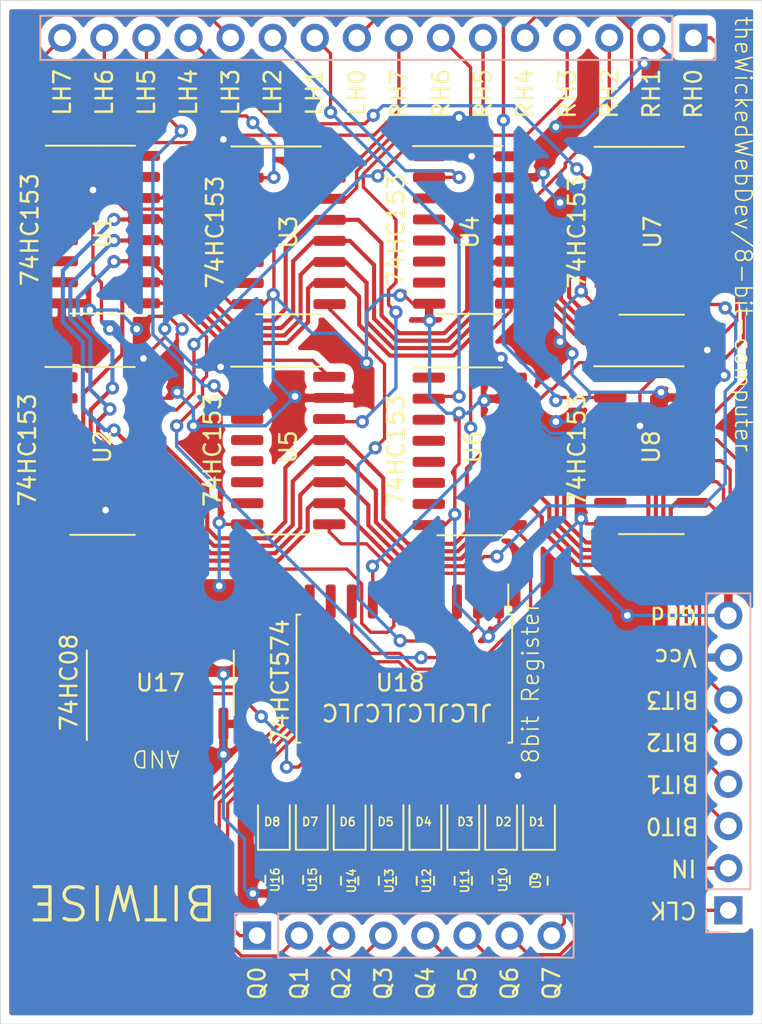
<source format=kicad_pcb>
(kicad_pcb (version 20171130) (host pcbnew "(5.1.10-1-10_14)")
  (layers (0 F.Cu signal) (31 B.Cu signal) (34 B.Paste user) (35 F.Paste user) (36 B.SilkS user) (37 F.SilkS user) (38 B.Mask user) (39 F.Mask user) (44 Edge.Cuts user))
  (net 0 "")
  (net 1 VCC)
  (net 2 GND)
  (net 3 "Net-(U1-Pad7)")
  (net 4 "Net-(U1-Pad6)")
  (net 5 "Net-(U1-Pad5)")
  (net 6 "Net-(U1-Pad4)")
  (net 7 "Net-(U1-Pad3)")
  (net 8 "Net-(U1-Pad1)")
  (net 9 "Net-(U2-Pad7)")
  (net 10 "Net-(U2-Pad6)")
  (net 11 "Net-(U2-Pad5)")
  (net 12 "Net-(U2-Pad4)")
  (net 13 "Net-(U2-Pad3)")
  (net 14 "Net-(U2-Pad1)")
  (net 15 "Net-(U3-Pad7)")
  (net 16 "Net-(U3-Pad6)")
  (net 17 "Net-(U3-Pad5)")
  (net 18 "Net-(U3-Pad4)")
  (net 19 "Net-(U3-Pad3)")
  (net 20 "Net-(U3-Pad1)")
  (net 21 "Net-(U4-Pad7)")
  (net 22 "Net-(U4-Pad6)")
  (net 23 "Net-(U4-Pad5)")
  (net 24 "Net-(U4-Pad4)")
  (net 25 "Net-(U4-Pad3)")
  (net 26 "Net-(U4-Pad1)")
  (net 27 "Net-(U5-Pad7)")
  (net 28 "Net-(U5-Pad6)")
  (net 29 "Net-(U5-Pad5)")
  (net 30 "Net-(U5-Pad4)")
  (net 31 "Net-(U5-Pad3)")
  (net 32 "Net-(U5-Pad1)")
  (net 33 "Net-(U6-Pad7)")
  (net 34 "Net-(U6-Pad6)")
  (net 35 "Net-(U6-Pad5)")
  (net 36 "Net-(U6-Pad4)")
  (net 37 "Net-(U6-Pad3)")
  (net 38 "Net-(U6-Pad1)")
  (net 39 "Net-(U7-Pad7)")
  (net 40 "Net-(U7-Pad6)")
  (net 41 "Net-(U7-Pad5)")
  (net 42 "Net-(U7-Pad4)")
  (net 43 "Net-(U7-Pad3)")
  (net 44 "Net-(U7-Pad1)")
  (net 45 "Net-(U8-Pad7)")
  (net 46 "Net-(U8-Pad6)")
  (net 47 "Net-(U8-Pad5)")
  (net 48 "Net-(U8-Pad4)")
  (net 49 "Net-(U8-Pad3)")
  (net 50 "Net-(U8-Pad1)")
  (net 51 A7)
  (net 52 A6)
  (net 53 A5)
  (net 54 A4)
  (net 55 A3)
  (net 56 A2)
  (net 57 A1)
  (net 58 A0)
  (net 59 B7)
  (net 60 B6)
  (net 61 B5)
  (net 62 B4)
  (net 63 B3)
  (net 64 B2)
  (net 65 B1)
  (net 66 B0)
  (net 67 Q7)
  (net 68 Q6)
  (net 69 Q5)
  (net 70 Q4)
  (net 71 Q3)
  (net 72 Q2)
  (net 73 Q1)
  (net 74 Q0)
  (net 75 BIT3)
  (net 76 BIT2)
  (net 77 BIT1)
  (net 78 BIT0)
  (net 79 "Net-(D1-Pad1)")
  (net 80 "Net-(D2-Pad1)")
  (net 81 "Net-(D3-Pad1)")
  (net 82 "Net-(D4-Pad1)")
  (net 83 "Net-(D5-Pad1)")
  (net 84 "Net-(D6-Pad1)")
  (net 85 "Net-(D7-Pad1)")
  (net 86 "Net-(D8-Pad1)")
  (net 87 RHS7)
  (net 88 RHS6)
  (net 89 RHS5)
  (net 90 RHS4)
  (net 91 RHS3)
  (net 92 RHS2)
  (net 93 RHS1)
  (net 94 RHS0)
  (net 95 RHS_IN)
  (net 96 CLOCK)
  (net 97 "Net-(U17-Pad3)")
  (module Package_SO:SOIC-20W_7.5x12.8mm_P1.27mm (layer F.Cu) (at 149.606 112.014 270)
    (fp_text reference U18 (at 0.254 0.254 180) (layer F.SilkS))
    (fp_text value 74HCT574 (at 0.206 7.496 90) (layer F.SilkS))
    (pad 20 smd roundrect (at 4.65 -5.715 270) (size 2.05 0.6) (layers F.Cu F.Paste F.Mask) (net 1 VCC))
    (pad 19 smd roundrect (at 4.65 -4.445 270) (size 2.05 0.6) (layers F.Cu F.Paste F.Mask) (net 87 RHS7))
    (pad 18 smd roundrect (at 4.65 -3.175 270) (size 2.05 0.6) (layers F.Cu F.Paste F.Mask) (net 88 RHS6))
    (pad 17 smd roundrect (at 4.65 -1.905 270) (size 2.05 0.6) (layers F.Cu F.Paste F.Mask) (net 89 RHS5))
    (pad 16 smd roundrect (at 4.65 -0.635 270) (size 2.05 0.6) (layers F.Cu F.Paste F.Mask) (net 90 RHS4))
    (pad 15 smd roundrect (at 4.65 0.635 270) (size 2.05 0.6) (layers F.Cu F.Paste F.Mask) (net 91 RHS3))
    (pad 14 smd roundrect (at 4.65 1.905 270) (size 2.05 0.6) (layers F.Cu F.Paste F.Mask) (net 92 RHS2))
    (pad 13 smd roundrect (at 4.65 3.175 270) (size 2.05 0.6) (layers F.Cu F.Paste F.Mask) (net 93 RHS1))
    (pad 12 smd roundrect (at 4.65 4.445 270) (size 2.05 0.6) (layers F.Cu F.Paste F.Mask) (net 94 RHS0))
    (pad 11 smd roundrect (at 4.65 5.715 270) (size 2.05 0.6) (layers F.Cu F.Paste F.Mask) (net 97 "Net-(U17-Pad3)"))
    (pad 10 smd roundrect (at -4.65 5.715 270) (size 2.05 0.6) (layers F.Cu F.Paste F.Mask) (net 2 GND))
    (pad 9 smd roundrect (at -4.65 4.445 270) (size 2.05 0.6) (layers F.Cu F.Paste F.Mask) (net 74 Q0))
    (pad 8 smd roundrect (at -4.65 3.175 270) (size 2.05 0.6) (layers F.Cu F.Paste F.Mask) (net 73 Q1))
    (pad 7 smd roundrect (at -4.65 1.905 270) (size 2.05 0.6) (layers F.Cu F.Paste F.Mask) (net 72 Q2))
    (pad 6 smd roundrect (at -4.65 0.635 270) (size 2.05 0.6) (layers F.Cu F.Paste F.Mask) (net 71 Q3))
    (pad 5 smd roundrect (at -4.65 -0.635 270) (size 2.05 0.6) (layers F.Cu F.Paste F.Mask) (net 70 Q4))
    (pad 4 smd roundrect (at -4.65 -1.905 270) (size 2.05 0.6) (layers F.Cu F.Paste F.Mask) (net 69 Q5))
    (pad 3 smd roundrect (at -4.65 -3.175 270) (size 2.05 0.6) (layers F.Cu F.Paste F.Mask) (net 68 Q6))
    (pad 2 smd roundrect (at -4.65 -4.445 270) (size 2.05 0.6) (layers F.Cu F.Paste F.Mask) (net 67 Q7))
    (pad 1 smd roundrect (at -4.65 -5.715 270) (size 2.05 0.6) (layers F.Cu F.Paste F.Mask) (net 2 GND))
  )
  (module Package_SO:SOIC-14_3.9x8.7mm_P1.27mm (layer F.Cu) (at 134.874 112.268 90)
    (fp_text reference U17 (at 0 0) (layer F.SilkS))
    (fp_text value 74HC08D,653)
    (fp_text user 74HC08 (at 0.028 -5.514 90) (layer F.SilkS))
    (pad 14 smd roundrect (at 2.475 -3.81 90) (size 1.95 0.6) (layers F.Cu F.Paste F.Mask) (net 1 VCC))
    (pad 13 smd roundrect (at 2.475 -2.54 90) (size 1.95 0.6) (layers F.Cu F.Paste F.Mask))
    (pad 12 smd roundrect (at 2.475 -1.27 90) (size 1.95 0.6) (layers F.Cu F.Paste F.Mask))
    (pad 11 smd roundrect (at 2.475 0 90) (size 1.95 0.6) (layers F.Cu F.Paste F.Mask))
    (pad 10 smd roundrect (at 2.475 1.27 90) (size 1.95 0.6) (layers F.Cu F.Paste F.Mask))
    (pad 9 smd roundrect (at 2.475 2.54 90) (size 1.95 0.6) (layers F.Cu F.Paste F.Mask))
    (pad 8 smd roundrect (at 2.475 3.81 90) (size 1.95 0.6) (layers F.Cu F.Paste F.Mask))
    (pad 7 smd roundrect (at -2.475 3.81 90) (size 1.95 0.6) (layers F.Cu F.Paste F.Mask) (net 2 GND))
    (pad 6 smd roundrect (at -2.475 2.54 90) (size 1.95 0.6) (layers F.Cu F.Paste F.Mask))
    (pad 5 smd roundrect (at -2.475 1.27 90) (size 1.95 0.6) (layers F.Cu F.Paste F.Mask))
    (pad 4 smd roundrect (at -2.475 0 90) (size 1.95 0.6) (layers F.Cu F.Paste F.Mask))
    (pad 3 smd roundrect (at -2.475 -1.27 90) (size 1.95 0.6) (layers F.Cu F.Paste F.Mask) (net 97 "Net-(U17-Pad3)"))
    (pad 2 smd roundrect (at -2.475 -2.54 90) (size 1.95 0.6) (layers F.Cu F.Paste F.Mask) (net 96 CLOCK))
    (pad 1 smd roundrect (at -2.475 -3.81 90) (size 1.95 0.6) (layers F.Cu F.Paste F.Mask) (net 95 RHS_IN))
  )
  (module Connector_PinHeader_2.54mm:PinHeader_1x08_P2.54mm_Vertical (layer B.Cu) (at 169.164 125.984)
    (fp_text reference J4 hide)
    (fp_text value Conn_01x08 hide)
    (pad 8 thru_hole oval (at 0 -17.78) (size 1.7 1.7) (drill 1) (layers *.Cu *.Mask) (net 2 GND))
    (pad 7 thru_hole oval (at 0 -15.24) (size 1.7 1.7) (drill 1) (layers *.Cu *.Mask) (net 1 VCC))
    (pad 6 thru_hole oval (at 0 -12.7) (size 1.7 1.7) (drill 1) (layers *.Cu *.Mask) (net 75 BIT3))
    (pad 5 thru_hole oval (at 0 -10.16) (size 1.7 1.7) (drill 1) (layers *.Cu *.Mask) (net 76 BIT2))
    (pad 4 thru_hole oval (at 0 -7.62) (size 1.7 1.7) (drill 1) (layers *.Cu *.Mask) (net 77 BIT1))
    (pad 3 thru_hole oval (at 0 -5.08) (size 1.7 1.7) (drill 1) (layers *.Cu *.Mask) (net 78 BIT0))
    (pad 2 thru_hole oval (at 0 -2.54) (size 1.7 1.7) (drill 1) (layers *.Cu *.Mask) (net 95 RHS_IN))
    (pad 1 thru_hole rect (at 0 0) (size 1.7 1.7) (drill 1) (layers *.Cu *.Mask) (net 96 CLOCK))
  )
  (module Resistor_SMD:R_0603_1608Metric (layer F.Cu) (at 141.732 124.143 270)
    (fp_text reference U16 (at 0 -0.077 90) (layer F.SilkS) (effects (font (size 0.5 0.5) (thickness 0.1))))
    (fp_text value 0603WAF1001T5E)
    (pad 2 smd roundrect (at 0.825 0 270) (size 0.8 0.95) (layers F.Cu F.Paste F.Mask) (net 2 GND))
    (pad 1 smd roundrect (at -0.825 0 270) (size 0.8 0.95) (layers F.Cu F.Paste F.Mask) (net 86 "Net-(D8-Pad1)"))
  )
  (module Resistor_SMD:R_0603_1608Metric (layer F.Cu) (at 144.018 124.143 270)
    (fp_text reference U15 (at 0 -0.047 90) (layer F.SilkS) (effects (font (size 0.5 0.5) (thickness 0.1))))
    (fp_text value 0603WAF1001T5E)
    (pad 2 smd roundrect (at 0.825 0 270) (size 0.8 0.95) (layers F.Cu F.Paste F.Mask) (net 2 GND))
    (pad 1 smd roundrect (at -0.825 0 270) (size 0.8 0.95) (layers F.Cu F.Paste F.Mask) (net 85 "Net-(D7-Pad1)"))
  )
  (module Resistor_SMD:R_0603_1608Metric (layer F.Cu) (at 146.304 124.206 270)
    (fp_text reference U14 (at 0 -0.115 90) (layer F.SilkS) (effects (font (size 0.5 0.5) (thickness 0.1))))
    (fp_text value 0603WAF1001T5E)
    (pad 2 smd roundrect (at 0.825 0 270) (size 0.8 0.95) (layers F.Cu F.Paste F.Mask) (net 2 GND))
    (pad 1 smd roundrect (at -0.825 0 270) (size 0.8 0.95) (layers F.Cu F.Paste F.Mask) (net 84 "Net-(D6-Pad1)"))
  )
  (module Resistor_SMD:R_0603_1608Metric (layer F.Cu) (at 148.59 124.206 270)
    (fp_text reference U13 (at 0 -0.107 90) (layer F.SilkS) (effects (font (size 0.5 0.5) (thickness 0.1))))
    (fp_text value 0603WAF1001T5E)
    (pad 2 smd roundrect (at 0.825 0 270) (size 0.8 0.95) (layers F.Cu F.Paste F.Mask) (net 2 GND))
    (pad 1 smd roundrect (at -0.825 0 270) (size 0.8 0.95) (layers F.Cu F.Paste F.Mask) (net 83 "Net-(D5-Pad1)"))
  )
  (module Resistor_SMD:R_0603_1608Metric (layer F.Cu) (at 150.876 124.206 270)
    (fp_text reference U12 (at 0 -0.077 90) (layer F.SilkS) (effects (font (size 0.5 0.5) (thickness 0.1))))
    (fp_text value 0603WAF1001T5E)
    (pad 2 smd roundrect (at 0.825 0 270) (size 0.8 0.95) (layers F.Cu F.Paste F.Mask) (net 2 GND))
    (pad 1 smd roundrect (at -0.825 0 270) (size 0.8 0.95) (layers F.Cu F.Paste F.Mask) (net 82 "Net-(D4-Pad1)"))
  )
  (module Resistor_SMD:R_0603_1608Metric (layer F.Cu) (at 153.162 124.206 270)
    (fp_text reference U11 (at 0 -0.091 90) (layer F.SilkS) (effects (font (size 0.5 0.5) (thickness 0.1))))
    (fp_text value 0603WAF1001T5E)
    (pad 2 smd roundrect (at 0.825 0 270) (size 0.8 0.95) (layers F.Cu F.Paste F.Mask) (net 2 GND))
    (pad 1 smd roundrect (at -0.825 0 270) (size 0.8 0.95) (layers F.Cu F.Paste F.Mask) (net 81 "Net-(D3-Pad1)"))
  )
  (module Resistor_SMD:R_0603_1608Metric (layer F.Cu) (at 155.448 124.143 270)
    (fp_text reference U10 (at 0 -0.115 90) (layer F.SilkS) (effects (font (size 0.5 0.5) (thickness 0.1))))
    (fp_text value 0603WAF1001T5E)
    (pad 2 smd roundrect (at 0.825 0 270) (size 0.8 0.95) (layers F.Cu F.Paste F.Mask) (net 2 GND))
    (pad 1 smd roundrect (at -0.825 0 270) (size 0.8 0.95) (layers F.Cu F.Paste F.Mask) (net 80 "Net-(D2-Pad1)"))
  )
  (module Resistor_SMD:R_0603_1608Metric (layer F.Cu) (at 157.734 124.206 270)
    (fp_text reference U9 (at -0.014 0.147 90) (layer F.SilkS) (effects (font (size 0.5 0.5) (thickness 0.1))))
    (fp_text value 0603WAF1001T5E)
    (pad 2 smd roundrect (at 0.825 0 270) (size 0.8 0.95) (layers F.Cu F.Paste F.Mask) (net 2 GND))
    (pad 1 smd roundrect (at -0.825 0 270) (size 0.8 0.95) (layers F.Cu F.Paste F.Mask) (net 79 "Net-(D1-Pad1)"))
  )
  (module LED_SMD:LED_0805_2012Metric (layer F.Cu) (at 141.732 120.65 90)
    (fp_text reference D8 (at 0 -0.11) (layer F.SilkS) (effects (font (size 0.5 0.5) (thickness 0.1))))
    (fp_text value C2297)
    (pad 2 smd roundrect (at 0.9375 0 90) (size 0.975 1.4) (layers F.Cu F.Paste F.Mask) (net 94 RHS0))
    (pad 1 smd roundrect (at -0.9375 0 90) (size 0.975 1.4) (layers F.Cu F.Paste F.Mask) (net 86 "Net-(D8-Pad1)"))
  )
  (module LED_SMD:LED_0805_2012Metric (layer F.Cu) (at 144.018 120.65 90)
    (fp_text reference D7 (at 0 -0.102) (layer F.SilkS) (effects (font (size 0.5 0.5) (thickness 0.1))))
    (fp_text value C2297)
    (pad 2 smd roundrect (at 0.9375 0 90) (size 0.975 1.4) (layers F.Cu F.Paste F.Mask) (net 93 RHS1))
    (pad 1 smd roundrect (at -0.9375 0 90) (size 0.975 1.4) (layers F.Cu F.Paste F.Mask) (net 85 "Net-(D7-Pad1)"))
  )
  (module LED_SMD:LED_0805_2012Metric (layer F.Cu) (at 146.304 120.65 90)
    (fp_text reference D6 (at 0 -0.126) (layer F.SilkS) (effects (font (size 0.5 0.5) (thickness 0.1))))
    (fp_text value C2297)
    (pad 2 smd roundrect (at 0.9375 0 90) (size 0.975 1.4) (layers F.Cu F.Paste F.Mask) (net 92 RHS2))
    (pad 1 smd roundrect (at -0.9375 0 90) (size 0.975 1.4) (layers F.Cu F.Paste F.Mask) (net 84 "Net-(D6-Pad1)"))
  )
  (module LED_SMD:LED_0805_2012Metric (layer F.Cu) (at 148.59 120.65 90)
    (fp_text reference D5 (at 0 -0.118) (layer F.SilkS) (effects (font (size 0.5 0.5) (thickness 0.1))))
    (fp_text value C2297)
    (pad 2 smd roundrect (at 0.9375 0 90) (size 0.975 1.4) (layers F.Cu F.Paste F.Mask) (net 91 RHS3))
    (pad 1 smd roundrect (at -0.9375 0 90) (size 0.975 1.4) (layers F.Cu F.Paste F.Mask) (net 83 "Net-(D5-Pad1)"))
  )
  (module LED_SMD:LED_0805_2012Metric (layer F.Cu) (at 150.876 120.65 90)
    (fp_text reference D4 (at 0 -0.11) (layer F.SilkS) (effects (font (size 0.5 0.5) (thickness 0.1))))
    (fp_text value C2297)
    (pad 2 smd roundrect (at 0.9375 0 90) (size 0.975 1.4) (layers F.Cu F.Paste F.Mask) (net 90 RHS4))
    (pad 1 smd roundrect (at -0.9375 0 90) (size 0.975 1.4) (layers F.Cu F.Paste F.Mask) (net 82 "Net-(D4-Pad1)"))
  )
  (module LED_SMD:LED_0805_2012Metric (layer F.Cu) (at 153.162 120.65 90)
    (fp_text reference D3 (at 0 0.128) (layer F.SilkS) (effects (font (size 0.5 0.5) (thickness 0.1))))
    (fp_text value C2297)
    (pad 2 smd roundrect (at 0.9375 0 90) (size 0.975 1.4) (layers F.Cu F.Paste F.Mask) (net 89 RHS5))
    (pad 1 smd roundrect (at -0.9375 0 90) (size 0.975 1.4) (layers F.Cu F.Paste F.Mask) (net 81 "Net-(D3-Pad1)"))
  )
  (module LED_SMD:LED_0805_2012Metric (layer F.Cu) (at 155.448 120.65 90)
    (fp_text reference D2 (at 0 0.136) (layer F.SilkS) (effects (font (size 0.5 0.5) (thickness 0.1))))
    (fp_text value C2297)
    (pad 2 smd roundrect (at 0.9375 0 90) (size 0.975 1.4) (layers F.Cu F.Paste F.Mask) (net 88 RHS6))
    (pad 1 smd roundrect (at -0.9375 0 90) (size 0.975 1.4) (layers F.Cu F.Paste F.Mask) (net 80 "Net-(D2-Pad1)"))
  )
  (module LED_SMD:LED_0805_2012Metric (layer F.Cu) (at 157.734 120.65 90)
    (fp_text reference D1 (at 0 -0.126) (layer F.SilkS) (effects (font (size 0.5 0.5) (thickness 0.1))))
    (fp_text value C2297)
    (pad 2 smd roundrect (at 0.9375 0 90) (size 0.975 1.4) (layers F.Cu F.Paste F.Mask) (net 87 RHS7))
    (pad 1 smd roundrect (at -0.9375 0 90) (size 0.975 1.4) (layers F.Cu F.Paste F.Mask) (net 79 "Net-(D1-Pad1)"))
  )
  (module Connector_PinHeader_2.54mm:PinHeader_1x16_P2.54mm_Vertical (layer B.Cu) (at 167.058 73.376 90)
    (fp_text reference J1 hide)
    (fp_text value Conn_01x16 hide)
    (pad 16 thru_hole oval (at 0 -38.1 90) (size 1.7 1.7) (drill 1) (layers *.Cu *.Mask) (net 51 A7))
    (pad 15 thru_hole oval (at 0 -35.56 90) (size 1.7 1.7) (drill 1) (layers *.Cu *.Mask) (net 52 A6))
    (pad 14 thru_hole oval (at 0 -33.02 90) (size 1.7 1.7) (drill 1) (layers *.Cu *.Mask) (net 53 A5))
    (pad 13 thru_hole oval (at 0 -30.48 90) (size 1.7 1.7) (drill 1) (layers *.Cu *.Mask) (net 54 A4))
    (pad 12 thru_hole oval (at 0 -27.94 90) (size 1.7 1.7) (drill 1) (layers *.Cu *.Mask) (net 55 A3))
    (pad 11 thru_hole oval (at 0 -25.4 90) (size 1.7 1.7) (drill 1) (layers *.Cu *.Mask) (net 56 A2))
    (pad 10 thru_hole oval (at 0 -22.86 90) (size 1.7 1.7) (drill 1) (layers *.Cu *.Mask) (net 57 A1))
    (pad 9 thru_hole oval (at 0 -20.32 90) (size 1.7 1.7) (drill 1) (layers *.Cu *.Mask) (net 58 A0))
    (pad 8 thru_hole oval (at 0 -17.78 90) (size 1.7 1.7) (drill 1) (layers *.Cu *.Mask) (net 59 B7))
    (pad 7 thru_hole oval (at 0 -15.24 90) (size 1.7 1.7) (drill 1) (layers *.Cu *.Mask) (net 60 B6))
    (pad 6 thru_hole oval (at 0 -12.7 90) (size 1.7 1.7) (drill 1) (layers *.Cu *.Mask) (net 61 B5))
    (pad 5 thru_hole oval (at 0 -10.16 90) (size 1.7 1.7) (drill 1) (layers *.Cu *.Mask) (net 62 B4))
    (pad 4 thru_hole oval (at 0 -7.62 90) (size 1.7 1.7) (drill 1) (layers *.Cu *.Mask) (net 63 B3))
    (pad 3 thru_hole oval (at 0 -5.08 90) (size 1.7 1.7) (drill 1) (layers *.Cu *.Mask) (net 64 B2))
    (pad 2 thru_hole oval (at 0 -2.54 90) (size 1.7 1.7) (drill 1) (layers *.Cu *.Mask) (net 65 B1))
    (pad 1 thru_hole rect (at 0 0 90) (size 1.7 1.7) (drill 1) (layers *.Cu *.Mask) (net 66 B0))
  )
  (module Connector_PinHeader_2.54mm:PinHeader_1x08_P2.54mm_Vertical (layer B.Cu) (at 140.716 127.508 270)
    (fp_text reference J3 hide)
    (fp_text value Conn_01x08 hide)
    (pad 8 thru_hole oval (at 0 -17.78 270) (size 1.7 1.7) (drill 1) (layers *.Cu *.Mask) (net 87 RHS7))
    (pad 7 thru_hole oval (at 0 -15.24 270) (size 1.7 1.7) (drill 1) (layers *.Cu *.Mask) (net 88 RHS6))
    (pad 6 thru_hole oval (at 0 -12.7 270) (size 1.7 1.7) (drill 1) (layers *.Cu *.Mask) (net 89 RHS5))
    (pad 5 thru_hole oval (at 0 -10.16 270) (size 1.7 1.7) (drill 1) (layers *.Cu *.Mask) (net 90 RHS4))
    (pad 4 thru_hole oval (at 0 -7.62 270) (size 1.7 1.7) (drill 1) (layers *.Cu *.Mask) (net 91 RHS3))
    (pad 3 thru_hole oval (at 0 -5.08 270) (size 1.7 1.7) (drill 1) (layers *.Cu *.Mask) (net 92 RHS2))
    (pad 2 thru_hole oval (at 0 -2.54 270) (size 1.7 1.7) (drill 1) (layers *.Cu *.Mask) (net 93 RHS1))
    (pad 1 thru_hole rect (at 0 0 270) (size 1.7 1.7) (drill 1) (layers *.Cu *.Mask) (net 94 RHS0))
  )
  (module Package_SO:SOIC-16_3.9x9.9mm_P1.27mm (layer F.Cu) (at 164.514 98.239428)
    (fp_text reference U8 (at 0 -0.195428 90) (layer F.SilkS))
    (fp_text value 74HC153D,653)
    (fp_text user 74HC153 (at -4.494 0 90) (layer F.SilkS))
    (pad 16 smd roundrect (at 2.475 -4.445) (size 1.95 0.6) (layers F.Cu F.Paste F.Mask) (net 1 VCC))
    (pad 15 smd roundrect (at 2.475 -3.175) (size 1.95 0.6) (layers F.Cu F.Paste F.Mask) (net 2 GND))
    (pad 14 smd roundrect (at 2.475 -1.905) (size 1.95 0.6) (layers F.Cu F.Paste F.Mask) (net 66 B0))
    (pad 13 smd roundrect (at 2.475 -0.635) (size 1.95 0.6) (layers F.Cu F.Paste F.Mask) (net 75 BIT3))
    (pad 12 smd roundrect (at 2.475 0.635) (size 1.95 0.6) (layers F.Cu F.Paste F.Mask) (net 76 BIT2))
    (pad 11 smd roundrect (at 2.475 1.905) (size 1.95 0.6) (layers F.Cu F.Paste F.Mask) (net 77 BIT1))
    (pad 10 smd roundrect (at 2.475 3.175) (size 1.95 0.6) (layers F.Cu F.Paste F.Mask) (net 78 BIT0))
    (pad 9 smd roundrect (at 2.475 4.445) (size 1.95 0.6) (layers F.Cu F.Paste F.Mask) (net 74 Q0))
    (pad 8 smd roundrect (at -2.475 4.445) (size 1.95 0.6) (layers F.Cu F.Paste F.Mask) (net 2 GND))
    (pad 7 smd roundrect (at -2.475 3.175) (size 1.95 0.6) (layers F.Cu F.Paste F.Mask) (net 45 "Net-(U8-Pad7)"))
    (pad 6 smd roundrect (at -2.475 1.905) (size 1.95 0.6) (layers F.Cu F.Paste F.Mask) (net 46 "Net-(U8-Pad6)"))
    (pad 5 smd roundrect (at -2.475 0.635) (size 1.95 0.6) (layers F.Cu F.Paste F.Mask) (net 47 "Net-(U8-Pad5)"))
    (pad 4 smd roundrect (at -2.475 -0.635) (size 1.95 0.6) (layers F.Cu F.Paste F.Mask) (net 48 "Net-(U8-Pad4)"))
    (pad 3 smd roundrect (at -2.475 -1.905) (size 1.95 0.6) (layers F.Cu F.Paste F.Mask) (net 49 "Net-(U8-Pad3)"))
    (pad 2 smd roundrect (at -2.475 -3.175) (size 1.95 0.6) (layers F.Cu F.Paste F.Mask) (net 58 A0))
    (pad 1 smd roundrect (at -2.475 -4.445) (size 1.95 0.6) (layers F.Cu F.Paste F.Mask) (net 50 "Net-(U8-Pad1)"))
  )
  (module Package_SO:SOIC-16_3.9x9.9mm_P1.27mm (layer F.Cu) (at 164.535142 85.008571)
    (fp_text reference U7 (at 0.056858 0.081429 90) (layer F.SilkS))
    (fp_text value 74HC153D,653)
    (fp_text user 74HC153 (at -4.515142 0.081429 90) (layer F.SilkS))
    (pad 16 smd roundrect (at 2.475 -4.445) (size 1.95 0.6) (layers F.Cu F.Paste F.Mask) (net 1 VCC))
    (pad 15 smd roundrect (at 2.475 -3.175) (size 1.95 0.6) (layers F.Cu F.Paste F.Mask) (net 2 GND))
    (pad 14 smd roundrect (at 2.475 -1.905) (size 1.95 0.6) (layers F.Cu F.Paste F.Mask) (net 62 B4))
    (pad 13 smd roundrect (at 2.475 -0.635) (size 1.95 0.6) (layers F.Cu F.Paste F.Mask) (net 75 BIT3))
    (pad 12 smd roundrect (at 2.475 0.635) (size 1.95 0.6) (layers F.Cu F.Paste F.Mask) (net 76 BIT2))
    (pad 11 smd roundrect (at 2.475 1.905) (size 1.95 0.6) (layers F.Cu F.Paste F.Mask) (net 77 BIT1))
    (pad 10 smd roundrect (at 2.475 3.175) (size 1.95 0.6) (layers F.Cu F.Paste F.Mask) (net 78 BIT0))
    (pad 9 smd roundrect (at 2.475 4.445) (size 1.95 0.6) (layers F.Cu F.Paste F.Mask) (net 70 Q4))
    (pad 8 smd roundrect (at -2.475 4.445) (size 1.95 0.6) (layers F.Cu F.Paste F.Mask) (net 2 GND))
    (pad 7 smd roundrect (at -2.475 3.175) (size 1.95 0.6) (layers F.Cu F.Paste F.Mask) (net 39 "Net-(U7-Pad7)"))
    (pad 6 smd roundrect (at -2.475 1.905) (size 1.95 0.6) (layers F.Cu F.Paste F.Mask) (net 40 "Net-(U7-Pad6)"))
    (pad 5 smd roundrect (at -2.475 0.635) (size 1.95 0.6) (layers F.Cu F.Paste F.Mask) (net 41 "Net-(U7-Pad5)"))
    (pad 4 smd roundrect (at -2.475 -0.635) (size 1.95 0.6) (layers F.Cu F.Paste F.Mask) (net 42 "Net-(U7-Pad4)"))
    (pad 3 smd roundrect (at -2.475 -1.905) (size 1.95 0.6) (layers F.Cu F.Paste F.Mask) (net 43 "Net-(U7-Pad3)"))
    (pad 2 smd roundrect (at -2.475 -3.175) (size 1.95 0.6) (layers F.Cu F.Paste F.Mask) (net 54 A4))
    (pad 1 smd roundrect (at -2.475 -4.445) (size 1.95 0.6) (layers F.Cu F.Paste F.Mask) (net 44 "Net-(U7-Pad1)"))
  )
  (module Package_SO:SOIC-16_3.9x9.9mm_P1.27mm (layer F.Cu) (at 153.554952 98.307999)
    (fp_text reference U6 (at 0.199716 -0.263999 90) (layer F.SilkS))
    (fp_text value 74HC153D,653)
    (fp_text user 74HC153 (at -4.454952 -0.027999 90) (layer F.SilkS))
    (pad 16 smd roundrect (at 2.475 -4.445) (size 1.95 0.6) (layers F.Cu F.Paste F.Mask) (net 1 VCC))
    (pad 15 smd roundrect (at 2.475 -3.175) (size 1.95 0.6) (layers F.Cu F.Paste F.Mask) (net 2 GND))
    (pad 14 smd roundrect (at 2.475 -1.905) (size 1.95 0.6) (layers F.Cu F.Paste F.Mask) (net 65 B1))
    (pad 13 smd roundrect (at 2.475 -0.635) (size 1.95 0.6) (layers F.Cu F.Paste F.Mask) (net 75 BIT3))
    (pad 12 smd roundrect (at 2.475 0.635) (size 1.95 0.6) (layers F.Cu F.Paste F.Mask) (net 76 BIT2))
    (pad 11 smd roundrect (at 2.475 1.905) (size 1.95 0.6) (layers F.Cu F.Paste F.Mask) (net 77 BIT1))
    (pad 10 smd roundrect (at 2.475 3.175) (size 1.95 0.6) (layers F.Cu F.Paste F.Mask) (net 78 BIT0))
    (pad 9 smd roundrect (at 2.475 4.445) (size 1.95 0.6) (layers F.Cu F.Paste F.Mask) (net 73 Q1))
    (pad 8 smd roundrect (at -2.475 4.445) (size 1.95 0.6) (layers F.Cu F.Paste F.Mask) (net 2 GND))
    (pad 7 smd roundrect (at -2.475 3.175) (size 1.95 0.6) (layers F.Cu F.Paste F.Mask) (net 33 "Net-(U6-Pad7)"))
    (pad 6 smd roundrect (at -2.475 1.905) (size 1.95 0.6) (layers F.Cu F.Paste F.Mask) (net 34 "Net-(U6-Pad6)"))
    (pad 5 smd roundrect (at -2.475 0.635) (size 1.95 0.6) (layers F.Cu F.Paste F.Mask) (net 35 "Net-(U6-Pad5)"))
    (pad 4 smd roundrect (at -2.475 -0.635) (size 1.95 0.6) (layers F.Cu F.Paste F.Mask) (net 36 "Net-(U6-Pad4)"))
    (pad 3 smd roundrect (at -2.475 -1.905) (size 1.95 0.6) (layers F.Cu F.Paste F.Mask) (net 37 "Net-(U6-Pad3)"))
    (pad 2 smd roundrect (at -2.475 -3.175) (size 1.95 0.6) (layers F.Cu F.Paste F.Mask) (net 57 A1))
    (pad 1 smd roundrect (at -2.475 -4.445) (size 1.95 0.6) (layers F.Cu F.Paste F.Mask) (net 38 "Net-(U6-Pad1)"))
  )
  (module Package_SO:SOIC-16_3.9x9.9mm_P1.27mm (layer F.Cu) (at 142.595904 98.262285)
    (fp_text reference U5 (at 0 -0.218285 90) (layer F.SilkS))
    (fp_text value 74HC153D,653)
    (fp_text user 74HC153 (at -4.565904 -0.012285 90) (layer F.SilkS))
    (pad 16 smd roundrect (at 2.475 -4.445) (size 1.95 0.6) (layers F.Cu F.Paste F.Mask) (net 1 VCC))
    (pad 15 smd roundrect (at 2.475 -3.175) (size 1.95 0.6) (layers F.Cu F.Paste F.Mask) (net 2 GND))
    (pad 14 smd roundrect (at 2.475 -1.905) (size 1.95 0.6) (layers F.Cu F.Paste F.Mask) (net 61 B5))
    (pad 13 smd roundrect (at 2.475 -0.635) (size 1.95 0.6) (layers F.Cu F.Paste F.Mask) (net 75 BIT3))
    (pad 12 smd roundrect (at 2.475 0.635) (size 1.95 0.6) (layers F.Cu F.Paste F.Mask) (net 76 BIT2))
    (pad 11 smd roundrect (at 2.475 1.905) (size 1.95 0.6) (layers F.Cu F.Paste F.Mask) (net 77 BIT1))
    (pad 10 smd roundrect (at 2.475 3.175) (size 1.95 0.6) (layers F.Cu F.Paste F.Mask) (net 78 BIT0))
    (pad 9 smd roundrect (at 2.475 4.445) (size 1.95 0.6) (layers F.Cu F.Paste F.Mask) (net 69 Q5))
    (pad 8 smd roundrect (at -2.475 4.445) (size 1.95 0.6) (layers F.Cu F.Paste F.Mask) (net 2 GND))
    (pad 7 smd roundrect (at -2.475 3.175) (size 1.95 0.6) (layers F.Cu F.Paste F.Mask) (net 27 "Net-(U5-Pad7)"))
    (pad 6 smd roundrect (at -2.475 1.905) (size 1.95 0.6) (layers F.Cu F.Paste F.Mask) (net 28 "Net-(U5-Pad6)"))
    (pad 5 smd roundrect (at -2.475 0.635) (size 1.95 0.6) (layers F.Cu F.Paste F.Mask) (net 29 "Net-(U5-Pad5)"))
    (pad 4 smd roundrect (at -2.475 -0.635) (size 1.95 0.6) (layers F.Cu F.Paste F.Mask) (net 30 "Net-(U5-Pad4)"))
    (pad 3 smd roundrect (at -2.475 -1.905) (size 1.95 0.6) (layers F.Cu F.Paste F.Mask) (net 31 "Net-(U5-Pad3)"))
    (pad 2 smd roundrect (at -2.475 -3.175) (size 1.95 0.6) (layers F.Cu F.Paste F.Mask) (net 53 A5))
    (pad 1 smd roundrect (at -2.475 -4.445) (size 1.95 0.6) (layers F.Cu F.Paste F.Mask) (net 32 "Net-(U5-Pad1)"))
  )
  (module Package_SO:SOIC-16_3.9x9.9mm_P1.27mm (layer F.Cu) (at 153.576094 84.962857)
    (fp_text reference U4 (at 0 0.127143 90) (layer F.SilkS))
    (fp_text value 74HC153D,653)
    (fp_text user 74HC153 (at -4.478094 0 90) (layer F.SilkS))
    (pad 16 smd roundrect (at 2.475 -4.445) (size 1.95 0.6) (layers F.Cu F.Paste F.Mask) (net 1 VCC))
    (pad 15 smd roundrect (at 2.475 -3.175) (size 1.95 0.6) (layers F.Cu F.Paste F.Mask) (net 2 GND))
    (pad 14 smd roundrect (at 2.475 -1.905) (size 1.95 0.6) (layers F.Cu F.Paste F.Mask) (net 64 B2))
    (pad 13 smd roundrect (at 2.475 -0.635) (size 1.95 0.6) (layers F.Cu F.Paste F.Mask) (net 75 BIT3))
    (pad 12 smd roundrect (at 2.475 0.635) (size 1.95 0.6) (layers F.Cu F.Paste F.Mask) (net 76 BIT2))
    (pad 11 smd roundrect (at 2.475 1.905) (size 1.95 0.6) (layers F.Cu F.Paste F.Mask) (net 77 BIT1))
    (pad 10 smd roundrect (at 2.475 3.175) (size 1.95 0.6) (layers F.Cu F.Paste F.Mask) (net 78 BIT0))
    (pad 9 smd roundrect (at 2.475 4.445) (size 1.95 0.6) (layers F.Cu F.Paste F.Mask) (net 72 Q2))
    (pad 8 smd roundrect (at -2.475 4.445) (size 1.95 0.6) (layers F.Cu F.Paste F.Mask) (net 2 GND))
    (pad 7 smd roundrect (at -2.475 3.175) (size 1.95 0.6) (layers F.Cu F.Paste F.Mask) (net 21 "Net-(U4-Pad7)"))
    (pad 6 smd roundrect (at -2.475 1.905) (size 1.95 0.6) (layers F.Cu F.Paste F.Mask) (net 22 "Net-(U4-Pad6)"))
    (pad 5 smd roundrect (at -2.475 0.635) (size 1.95 0.6) (layers F.Cu F.Paste F.Mask) (net 23 "Net-(U4-Pad5)"))
    (pad 4 smd roundrect (at -2.475 -0.635) (size 1.95 0.6) (layers F.Cu F.Paste F.Mask) (net 24 "Net-(U4-Pad4)"))
    (pad 3 smd roundrect (at -2.475 -1.905) (size 1.95 0.6) (layers F.Cu F.Paste F.Mask) (net 25 "Net-(U4-Pad3)"))
    (pad 2 smd roundrect (at -2.475 -3.175) (size 1.95 0.6) (layers F.Cu F.Paste F.Mask) (net 56 A2))
    (pad 1 smd roundrect (at -2.475 -4.445) (size 1.95 0.6) (layers F.Cu F.Paste F.Mask) (net 26 "Net-(U4-Pad1)"))
  )
  (module Package_SO:SOIC-16_3.9x9.9mm_P1.27mm (layer F.Cu) (at 142.617047 84.985714)
    (fp_text reference U3 (at 0 0.104286 90) (layer F.SilkS))
    (fp_text value 74HC153D,653)
    (fp_text user 74HC153 (at -4.441047 0.104286 90) (layer F.SilkS))
    (pad 16 smd roundrect (at 2.475 -4.445) (size 1.95 0.6) (layers F.Cu F.Paste F.Mask) (net 1 VCC))
    (pad 15 smd roundrect (at 2.475 -3.175) (size 1.95 0.6) (layers F.Cu F.Paste F.Mask) (net 2 GND))
    (pad 14 smd roundrect (at 2.475 -1.905) (size 1.95 0.6) (layers F.Cu F.Paste F.Mask) (net 60 B6))
    (pad 13 smd roundrect (at 2.475 -0.635) (size 1.95 0.6) (layers F.Cu F.Paste F.Mask) (net 75 BIT3))
    (pad 12 smd roundrect (at 2.475 0.635) (size 1.95 0.6) (layers F.Cu F.Paste F.Mask) (net 76 BIT2))
    (pad 11 smd roundrect (at 2.475 1.905) (size 1.95 0.6) (layers F.Cu F.Paste F.Mask) (net 77 BIT1))
    (pad 10 smd roundrect (at 2.475 3.175) (size 1.95 0.6) (layers F.Cu F.Paste F.Mask) (net 78 BIT0))
    (pad 9 smd roundrect (at 2.475 4.445) (size 1.95 0.6) (layers F.Cu F.Paste F.Mask) (net 68 Q6))
    (pad 8 smd roundrect (at -2.475 4.445) (size 1.95 0.6) (layers F.Cu F.Paste F.Mask) (net 2 GND))
    (pad 7 smd roundrect (at -2.475 3.175) (size 1.95 0.6) (layers F.Cu F.Paste F.Mask) (net 15 "Net-(U3-Pad7)"))
    (pad 6 smd roundrect (at -2.475 1.905) (size 1.95 0.6) (layers F.Cu F.Paste F.Mask) (net 16 "Net-(U3-Pad6)"))
    (pad 5 smd roundrect (at -2.475 0.635) (size 1.95 0.6) (layers F.Cu F.Paste F.Mask) (net 17 "Net-(U3-Pad5)"))
    (pad 4 smd roundrect (at -2.475 -0.635) (size 1.95 0.6) (layers F.Cu F.Paste F.Mask) (net 18 "Net-(U3-Pad4)"))
    (pad 3 smd roundrect (at -2.475 -1.905) (size 1.95 0.6) (layers F.Cu F.Paste F.Mask) (net 19 "Net-(U3-Pad3)"))
    (pad 2 smd roundrect (at -2.475 -3.175) (size 1.95 0.6) (layers F.Cu F.Paste F.Mask) (net 52 A6))
    (pad 1 smd roundrect (at -2.475 -4.445) (size 1.95 0.6) (layers F.Cu F.Paste F.Mask) (net 20 "Net-(U3-Pad1)"))
  )
  (module Package_SO:SOIC-16_3.9x9.9mm_P1.27mm (layer F.Cu) (at 131.382856 98.285142)
    (fp_text reference U2 (at 0 -0.241142 90) (layer F.SilkS))
    (fp_text value 74HC153D,653)
    (fp_text user 74HC153 (at -4.532856 -0.065142 90) (layer F.SilkS))
    (pad 16 smd roundrect (at 2.475 -4.445) (size 1.95 0.6) (layers F.Cu F.Paste F.Mask) (net 1 VCC))
    (pad 15 smd roundrect (at 2.475 -3.175) (size 1.95 0.6) (layers F.Cu F.Paste F.Mask) (net 2 GND))
    (pad 14 smd roundrect (at 2.475 -1.905) (size 1.95 0.6) (layers F.Cu F.Paste F.Mask) (net 63 B3))
    (pad 13 smd roundrect (at 2.475 -0.635) (size 1.95 0.6) (layers F.Cu F.Paste F.Mask) (net 75 BIT3))
    (pad 12 smd roundrect (at 2.475 0.635) (size 1.95 0.6) (layers F.Cu F.Paste F.Mask) (net 76 BIT2))
    (pad 11 smd roundrect (at 2.475 1.905) (size 1.95 0.6) (layers F.Cu F.Paste F.Mask) (net 77 BIT1))
    (pad 10 smd roundrect (at 2.475 3.175) (size 1.95 0.6) (layers F.Cu F.Paste F.Mask) (net 78 BIT0))
    (pad 9 smd roundrect (at 2.475 4.445) (size 1.95 0.6) (layers F.Cu F.Paste F.Mask) (net 71 Q3))
    (pad 8 smd roundrect (at -2.475 4.445) (size 1.95 0.6) (layers F.Cu F.Paste F.Mask) (net 2 GND))
    (pad 7 smd roundrect (at -2.475 3.175) (size 1.95 0.6) (layers F.Cu F.Paste F.Mask) (net 9 "Net-(U2-Pad7)"))
    (pad 6 smd roundrect (at -2.475 1.905) (size 1.95 0.6) (layers F.Cu F.Paste F.Mask) (net 10 "Net-(U2-Pad6)"))
    (pad 5 smd roundrect (at -2.475 0.635) (size 1.95 0.6) (layers F.Cu F.Paste F.Mask) (net 11 "Net-(U2-Pad5)"))
    (pad 4 smd roundrect (at -2.475 -0.635) (size 1.95 0.6) (layers F.Cu F.Paste F.Mask) (net 12 "Net-(U2-Pad4)"))
    (pad 3 smd roundrect (at -2.475 -1.905) (size 1.95 0.6) (layers F.Cu F.Paste F.Mask) (net 13 "Net-(U2-Pad3)"))
    (pad 2 smd roundrect (at -2.475 -3.175) (size 1.95 0.6) (layers F.Cu F.Paste F.Mask) (net 55 A3))
    (pad 1 smd roundrect (at -2.475 -4.445) (size 1.95 0.6) (layers F.Cu F.Paste F.Mask) (net 14 "Net-(U2-Pad1)"))
  )
  (module Package_SO:SOIC-16_3.9x9.9mm_P1.27mm (layer F.Cu) (at 131.404 84.94)
    (fp_text reference U1 (at 0 0.15 90) (layer F.SilkS))
    (fp_text value 74HC153D,653)
    (fp_text user 74HC153 (at -4.404 0 90) (layer F.SilkS))
    (pad 16 smd roundrect (at 2.475 -4.445) (size 1.95 0.6) (layers F.Cu F.Paste F.Mask) (net 1 VCC))
    (pad 15 smd roundrect (at 2.475 -3.175) (size 1.95 0.6) (layers F.Cu F.Paste F.Mask) (net 2 GND))
    (pad 14 smd roundrect (at 2.475 -1.905) (size 1.95 0.6) (layers F.Cu F.Paste F.Mask) (net 59 B7))
    (pad 13 smd roundrect (at 2.475 -0.635) (size 1.95 0.6) (layers F.Cu F.Paste F.Mask) (net 75 BIT3))
    (pad 12 smd roundrect (at 2.475 0.635) (size 1.95 0.6) (layers F.Cu F.Paste F.Mask) (net 76 BIT2))
    (pad 11 smd roundrect (at 2.475 1.905) (size 1.95 0.6) (layers F.Cu F.Paste F.Mask) (net 77 BIT1))
    (pad 10 smd roundrect (at 2.475 3.175) (size 1.95 0.6) (layers F.Cu F.Paste F.Mask) (net 78 BIT0))
    (pad 9 smd roundrect (at 2.475 4.445) (size 1.95 0.6) (layers F.Cu F.Paste F.Mask) (net 67 Q7))
    (pad 8 smd roundrect (at -2.475 4.445) (size 1.95 0.6) (layers F.Cu F.Paste F.Mask) (net 2 GND))
    (pad 7 smd roundrect (at -2.475 3.175) (size 1.95 0.6) (layers F.Cu F.Paste F.Mask) (net 3 "Net-(U1-Pad7)"))
    (pad 6 smd roundrect (at -2.475 1.905) (size 1.95 0.6) (layers F.Cu F.Paste F.Mask) (net 4 "Net-(U1-Pad6)"))
    (pad 5 smd roundrect (at -2.475 0.635) (size 1.95 0.6) (layers F.Cu F.Paste F.Mask) (net 5 "Net-(U1-Pad5)"))
    (pad 4 smd roundrect (at -2.475 -0.635) (size 1.95 0.6) (layers F.Cu F.Paste F.Mask) (net 6 "Net-(U1-Pad4)"))
    (pad 3 smd roundrect (at -2.475 -1.905) (size 1.95 0.6) (layers F.Cu F.Paste F.Mask) (net 7 "Net-(U1-Pad3)"))
    (pad 2 smd roundrect (at -2.475 -3.175) (size 1.95 0.6) (layers F.Cu F.Paste F.Mask) (net 51 A7))
    (pad 1 smd roundrect (at -2.475 -4.445) (size 1.95 0.6) (layers F.Cu F.Paste F.Mask) (net 8 "Net-(U1-Pad1)"))
  )
  (gr_text JLCJLCJLCJLC (at 144.526 114.046 180) (layer F.SilkS) (effects (font (size 1 1)) (justify right)))
  (gr_text "8bit Register" (at 157.226 112.268 90) (layer F.SilkS) (effects (font (size 1 1) (thickness 0.1))))
  (gr_text AND (at 133.096 116.84 180) (layer F.SilkS) (effects (font (size 1 1) (thickness 0.1)) (justify right)))
  (gr_text theWickedWebDev/8-bit-computer (at 170.06 98.43 270) (layer F.SilkS) (effects (font (size 1 1) (thickness 0.1)) (justify right)))
  (gr_text BITWISE (at 126.746 125.476 180) (layer F.SilkS) (effects (font (size 2 2) (thickness 0.2)) (justify right)))
  (gr_text Q0 (at 140.716 129.286 90) (layer F.SilkS) (effects (font (size 1 1)) (justify right)))
  (gr_text Q1 (at 143.256 129.286 90) (layer F.SilkS) (effects (font (size 1 1)) (justify right)))
  (gr_text Q2 (at 145.796 129.286 90) (layer F.SilkS) (effects (font (size 1 1)) (justify right)))
  (gr_text Q3 (at 148.336 129.286 90) (layer F.SilkS) (effects (font (size 1 1)) (justify right)))
  (gr_text Q4 (at 150.876 129.286 90) (layer F.SilkS) (effects (font (size 1 1)) (justify right)))
  (gr_text Q5 (at 153.416 129.286 90) (layer F.SilkS) (effects (font (size 1 1)) (justify right)))
  (gr_text Q6 (at 155.956 129.286 90) (layer F.SilkS) (effects (font (size 1 1)) (justify right)))
  (gr_line (start 125.222 132.842) (end 125.222 130.81) (layer Edge.Cuts) (width 0.05))
  (gr_line (start 171.196 132.842) (end 171.196 130.81) (layer Edge.Cuts) (width 0.05))
  (gr_line (start 169.164 132.842) (end 171.196 132.842) (layer Edge.Cuts) (width 0.05))
  (gr_line (start 125.222 132.842) (end 126.746 132.842) (layer Edge.Cuts) (width 0.05))
  (gr_text Q7 (at 158.496 129.286 90) (layer F.SilkS) (effects (font (size 1 1)) (justify right)))
  (gr_line (start 126.746 71.12) (end 125.222 71.12) (layer Edge.Cuts) (width 0.05))
  (gr_line (start 171.196 71.12) (end 171.196 130.81) (layer Edge.Cuts) (width 0.05))
  (gr_line (start 169.164 71.12) (end 171.196 71.12) (layer Edge.Cuts) (width 0.05))
  (gr_line (start 126.746 71.12) (end 149.098 71.12) (layer Edge.Cuts) (width 0.05))
  (gr_line (start 125.222 130.81) (end 125.222 71.12) (layer Edge.Cuts) (width 0.05))
  (gr_line (start 169.164 132.842) (end 126.746 132.842) (layer Edge.Cuts) (width 0.05))
  (gr_line (start 149.098 71.12) (end 169.164 71.12) (layer Edge.Cuts) (width 0.05))
  (gr_text RH0 (at 167.058 75.154 90) (layer F.SilkS) (effects (font (size 1 1)) (justify right)))
  (gr_text CLK (at 164.338 125.984 180) (layer F.SilkS) (effects (font (size 1 1)) (justify right)))
  (gr_text IN (at 165.608 123.444 180) (layer F.SilkS) (effects (font (size 1 1)) (justify right)))
  (gr_text BIT0 (at 164.084 120.904 180) (layer F.SilkS) (effects (font (size 1 1)) (justify right)))
  (gr_text BIT1 (at 164.084 118.364 180) (layer F.SilkS) (effects (font (size 1 1)) (justify right)))
  (gr_text BIT2 (at 164.084 115.824 180) (layer F.SilkS) (effects (font (size 1 1)) (justify right)))
  (gr_text BIT3 (at 164.084 113.284 180) (layer F.SilkS) (effects (font (size 1 1)) (justify right)))
  (gr_text Vcc (at 164.592 110.744 180) (layer F.SilkS) (effects (font (size 1 1)) (justify right)))
  (gr_text Gnd (at 164.338 108.204 180) (layer F.SilkS) (effects (font (size 1 1)) (justify right)))
  (gr_text RH6 (at 151.818 75.154 90) (layer F.SilkS) (effects (font (size 1 1)) (justify right)))
  (gr_text RH7 (at 149.278 75.154 90) (layer F.SilkS) (effects (font (size 1 1)) (justify right)))
  (gr_text RH5 (at 154.358 75.154 90) (layer F.SilkS) (effects (font (size 1 1)) (justify right)))
  (gr_text RH1 (at 164.518 75.154 90) (layer F.SilkS) (effects (font (size 1 1)) (justify right)))
  (gr_text RH2 (at 161.978 75.154 90) (layer F.SilkS) (effects (font (size 1 1)) (justify right)))
  (gr_text RH3 (at 159.438 75.154 90) (layer F.SilkS) (effects (font (size 1 1)) (justify right)))
  (gr_text RH4 (at 156.898 75.154 90) (layer F.SilkS) (effects (font (size 1 1)) (justify right)))
  (gr_text LH0 (at 146.738 75.154 90) (layer F.SilkS) (effects (font (size 1 1)) (justify right)))
  (gr_text LH1 (at 144.198 75.154 90) (layer F.SilkS) (effects (font (size 1 1)) (justify right)))
  (gr_text LH2 (at 141.658 75.154 90) (layer F.SilkS) (effects (font (size 1 1)) (justify right)))
  (gr_text LH3 (at 139.118 75.154 90) (layer F.SilkS) (effects (font (size 1 1)) (justify right)))
  (gr_text LH4 (at 136.578 75.154 90) (layer F.SilkS) (effects (font (size 1 1)) (justify right)))
  (gr_text LH5 (at 134.038 75.154 90) (layer F.SilkS) (effects (font (size 1 1)) (justify right)))
  (gr_text LH6 (at 131.498 75.154 90) (layer F.SilkS) (effects (font (size 1 1)) (justify right)))
  (gr_text LH7 (at 128.958 75.154 90) (layer F.SilkS) (effects (font (size 1 1)) (justify right)))
  (segment (start 131.064 109.793) (end 131.064 102.362) (width 0.2) (layer F.Cu) (net 1))
  (via (at 131.572 101.854) (size 0.8) (drill 0.4) (layers F.Cu B.Cu) (net 1))
  (segment (start 131.064 102.362) (end 131.572 101.854) (width 0.2) (layer F.Cu) (net 1))
  (segment (start 131.572 101.854) (end 133.858 99.568) (width 0.2) (layer B.Cu) (net 1))
  (segment (start 133.858 99.568) (end 133.858 92.71) (width 0.2) (layer B.Cu) (net 1))
  (via (at 133.858 92.71) (size 0.8) (drill 0.4) (layers F.Cu B.Cu) (net 1))
  (segment (start 133.857856 92.710144) (end 133.858 92.71) (width 0.2) (layer F.Cu) (net 1))
  (segment (start 133.857856 93.840142) (end 133.857856 92.710144) (width 0.2) (layer F.Cu) (net 1))
  (segment (start 144.07162 92.818001) (end 138.91402 92.818001) (width 0.2) (layer F.Cu) (net 1))
  (via (at 138.514021 93.218) (size 0.8) (drill 0.4) (layers F.Cu B.Cu) (net 1))
  (segment (start 138.91402 92.818001) (end 138.514021 93.218) (width 0.2) (layer F.Cu) (net 1))
  (segment (start 145.070904 93.817285) (end 144.07162 92.818001) (width 0.2) (layer F.Cu) (net 1))
  (segment (start 133.879 80.495) (end 132.865 80.495) (width 0.2) (layer F.Cu) (net 1))
  (segment (start 132.865 80.495) (end 130.81 82.55) (width 0.2) (layer F.Cu) (net 1))
  (segment (start 130.81 82.55) (end 130.81 87.63) (width 0.2) (layer F.Cu) (net 1))
  (segment (start 130.81 87.63) (end 131.318 88.138) (width 0.2) (layer F.Cu) (net 1))
  (segment (start 131.318 88.138) (end 131.318 90.424) (width 0.2) (layer F.Cu) (net 1))
  (via (at 131.826 90.932) (size 0.8) (drill 0.4) (layers F.Cu B.Cu) (net 1))
  (segment (start 131.318 90.424) (end 131.826 90.932) (width 0.2) (layer F.Cu) (net 1))
  (segment (start 133.604 92.71) (end 133.858 92.71) (width 0.2) (layer B.Cu) (net 1))
  (segment (start 131.826 90.932) (end 133.604 92.71) (width 0.2) (layer B.Cu) (net 1))
  (segment (start 144.492037 79.940704) (end 139.376704 79.940704) (width 0.2) (layer F.Cu) (net 1))
  (segment (start 145.092047 80.540714) (end 144.492037 79.940704) (width 0.2) (layer F.Cu) (net 1))
  (via (at 138.684 79.502) (size 0.8) (drill 0.4) (layers F.Cu B.Cu) (net 1))
  (segment (start 139.376704 79.940704) (end 138.938 79.502) (width 0.2) (layer F.Cu) (net 1))
  (segment (start 138.938 79.502) (end 138.684 79.502) (width 0.2) (layer F.Cu) (net 1))
  (segment (start 138.684 79.502) (end 137.16 77.978) (width 0.2) (layer B.Cu) (net 1))
  (segment (start 137.16 77.978) (end 134.112 77.978) (width 0.2) (layer B.Cu) (net 1))
  (segment (start 134.112 77.978) (end 130.81 81.28) (width 0.2) (layer B.Cu) (net 1))
  (via (at 130.81 82.55) (size 0.8) (drill 0.4) (layers F.Cu B.Cu) (net 1))
  (segment (start 130.81 81.28) (end 130.81 82.55) (width 0.2) (layer B.Cu) (net 1))
  (segment (start 169.164 110.744) (end 167.64 110.744) (width 0.2) (layer B.Cu) (net 1))
  (segment (start 167.64 110.744) (end 167.132 111.252) (width 0.2) (layer B.Cu) (net 1))
  (segment (start 167.132 111.252) (end 167.132 114.046) (width 0.2) (layer B.Cu) (net 1))
  (segment (start 167.132 114.046) (end 163.322 117.856) (width 0.2) (layer B.Cu) (net 1))
  (via (at 156.464 117.856) (size 0.8) (drill 0.4) (layers F.Cu B.Cu) (net 1))
  (segment (start 163.322 117.856) (end 156.464 117.856) (width 0.2) (layer B.Cu) (net 1))
  (segment (start 156.464 117.807) (end 155.321 116.664) (width 0.2) (layer F.Cu) (net 1))
  (segment (start 156.464 117.856) (end 156.464 117.807) (width 0.2) (layer F.Cu) (net 1))
  (segment (start 166.989 93.794428) (end 164.777572 93.794428) (width 0.2) (layer F.Cu) (net 1))
  (segment (start 164.777572 93.794428) (end 163.83 94.742) (width 0.2) (layer F.Cu) (net 1))
  (via (at 163.83 96.774) (size 0.8) (drill 0.4) (layers F.Cu B.Cu) (net 1))
  (segment (start 163.83 94.742) (end 163.83 96.774) (width 0.2) (layer F.Cu) (net 1))
  (via (at 155.448 92.71) (size 0.8) (drill 0.4) (layers F.Cu B.Cu) (net 1))
  (segment (start 156.029952 93.291952) (end 155.448 92.71) (width 0.2) (layer F.Cu) (net 1))
  (segment (start 156.029952 93.862999) (end 156.029952 93.291952) (width 0.2) (layer F.Cu) (net 1))
  (via (at 153.67 80.518) (size 0.8) (drill 0.4) (layers F.Cu B.Cu) (net 1))
  (segment (start 156.050951 80.518) (end 156.051094 80.517857) (width 0.2) (layer F.Cu) (net 1))
  (segment (start 153.67 80.518) (end 156.050951 80.518) (width 0.2) (layer F.Cu) (net 1))
  (segment (start 145.092047 80.540714) (end 147.043286 80.540714) (width 0.2) (layer F.Cu) (net 1))
  (via (at 152.907992 78.186001) (size 0.8) (drill 0.4) (layers F.Cu B.Cu) (net 1))
  (segment (start 147.043286 80.540714) (end 149.397999 78.186001) (width 0.2) (layer F.Cu) (net 1))
  (segment (start 149.397999 78.186001) (end 152.907992 78.186001) (width 0.2) (layer F.Cu) (net 1))
  (segment (start 153.67 80.518) (end 153.67 78.948009) (width 0.2) (layer B.Cu) (net 1))
  (segment (start 153.67 78.948009) (end 152.907992 78.186001) (width 0.2) (layer B.Cu) (net 1))
  (via (at 167.894 92.202) (size 0.8) (drill 0.4) (layers F.Cu B.Cu) (net 1))
  (segment (start 167.894 92.202) (end 167.894 92.964) (width 0.2) (layer B.Cu) (net 1))
  (via (at 168.91 93.726) (size 0.8) (drill 0.4) (layers F.Cu B.Cu) (net 1))
  (segment (start 167.894 92.964) (end 168.656 93.726) (width 0.2) (layer B.Cu) (net 1))
  (segment (start 168.656 93.726) (end 168.91 93.726) (width 0.2) (layer B.Cu) (net 1))
  (segment (start 167.057428 93.726) (end 166.989 93.794428) (width 0.2) (layer F.Cu) (net 1))
  (segment (start 168.91 93.726) (end 167.057428 93.726) (width 0.2) (layer F.Cu) (net 1))
  (segment (start 169.672 90.424) (end 167.894 92.202) (width 0.2) (layer F.Cu) (net 1))
  (segment (start 167.939571 80.563571) (end 169.672 82.296) (width 0.2) (layer F.Cu) (net 1))
  (segment (start 169.672 82.296) (end 169.672 90.424) (width 0.2) (layer F.Cu) (net 1))
  (segment (start 167.010142 80.563571) (end 167.939571 80.563571) (width 0.2) (layer F.Cu) (net 1))
  (segment (start 138.514021 93.218) (end 136.9637 93.218) (width 0.2) (layer B.Cu) (net 1))
  (via (at 135.142889 90.920853) (size 0.8) (drill 0.4) (layers F.Cu B.Cu) (net 1))
  (segment (start 133.858 92.71) (end 135.142889 91.425111) (width 0.2) (layer F.Cu) (net 1))
  (segment (start 135.142889 91.425111) (end 135.142889 90.920853) (width 0.2) (layer F.Cu) (net 1))
  (segment (start 136.9637 93.218) (end 135.142889 91.397189) (width 0.2) (layer B.Cu) (net 1))
  (segment (start 135.142889 91.397189) (end 135.142889 90.920853) (width 0.2) (layer B.Cu) (net 1))
  (segment (start 155.448 93.275685) (end 155.448 92.71) (width 0.2) (layer B.Cu) (net 1))
  (segment (start 155.448 94.254004) (end 155.448 93.275685) (width 0.2) (layer B.Cu) (net 1))
  (segment (start 163.83 96.774) (end 163.383998 97.220002) (width 0.2) (layer B.Cu) (net 1))
  (segment (start 163.383998 97.220002) (end 158.413998 97.220002) (width 0.2) (layer B.Cu) (net 1))
  (segment (start 158.413998 97.220002) (end 155.448 94.254004) (width 0.2) (layer B.Cu) (net 1))
  (via (at 165.1 94.742) (size 0.8) (drill 0.4) (layers F.Cu B.Cu) (net 2))
  (segment (start 157.671 124.968) (end 157.734 125.031) (width 0.5) (layer F.Cu) (net 2))
  (segment (start 141.732 124.968) (end 157.671 124.968) (width 0.5) (layer F.Cu) (net 2))
  (segment (start 151.101094 89.407857) (end 150.113857 89.407857) (width 0.2) (layer F.Cu) (net 2))
  (via (at 149.352 88.9) (size 0.8) (drill 0.4) (layers F.Cu B.Cu) (net 2))
  (segment (start 150.113857 89.407857) (end 149.606 88.9) (width 0.2) (layer F.Cu) (net 2))
  (segment (start 149.606 88.9) (end 149.352 88.9) (width 0.2) (layer F.Cu) (net 2))
  (segment (start 149.352 88.9) (end 148.336 88.9) (width 0.2) (layer B.Cu) (net 2))
  (segment (start 148.336 88.9) (end 147.828 89.408) (width 0.2) (layer B.Cu) (net 2))
  (segment (start 147.828 89.408) (end 147.32 89.916) (width 0.2) (layer B.Cu) (net 2))
  (via (at 147.32 92.964) (size 0.8) (drill 0.4) (layers F.Cu B.Cu) (net 2))
  (segment (start 147.32 89.916) (end 147.32 92.964) (width 0.2) (layer B.Cu) (net 2))
  (segment (start 141.117047 89.430714) (end 140.142047 89.430714) (width 0.2) (layer F.Cu) (net 2))
  (segment (start 139.167047 89.430714) (end 140.142047 89.430714) (width 0.2) (layer F.Cu) (net 2))
  (segment (start 137.668 87.931667) (end 139.167047 89.430714) (width 0.2) (layer F.Cu) (net 2))
  (segment (start 137.668 85.852) (end 137.668 87.931667) (width 0.2) (layer F.Cu) (net 2))
  (segment (start 135.52099 83.70499) (end 137.668 85.852) (width 0.2) (layer F.Cu) (net 2))
  (segment (start 132.72699 83.70499) (end 135.52099 83.70499) (width 0.2) (layer F.Cu) (net 2))
  (segment (start 132.611 81.765) (end 132.334 82.042) (width 0.2) (layer F.Cu) (net 2))
  (segment (start 132.334 83.312) (end 132.72699 83.70499) (width 0.2) (layer F.Cu) (net 2))
  (segment (start 132.334 82.042) (end 132.334 83.312) (width 0.2) (layer F.Cu) (net 2))
  (segment (start 133.879 81.765) (end 132.611 81.765) (width 0.2) (layer F.Cu) (net 2))
  (via (at 133.448851 90.932) (size 0.8) (drill 0.4) (layers F.Cu B.Cu) (net 2))
  (segment (start 141.732 88.815762) (end 141.689881 88.857881) (width 0.2) (layer F.Cu) (net 2))
  (segment (start 141.689881 88.857881) (end 141.117047 89.430714) (width 0.2) (layer F.Cu) (net 2))
  (segment (start 143.995286 81.810714) (end 141.732 84.074) (width 0.2) (layer F.Cu) (net 2))
  (segment (start 145.092047 81.810714) (end 143.995286 81.810714) (width 0.2) (layer F.Cu) (net 2))
  (segment (start 141.732 84.074) (end 141.732 88.815762) (width 0.2) (layer F.Cu) (net 2))
  (via (at 141.689881 88.857881) (size 0.8) (drill 0.4) (layers F.Cu B.Cu) (net 2))
  (segment (start 141.689881 88.857881) (end 144.018 91.186) (width 0.2) (layer B.Cu) (net 2))
  (segment (start 145.542 91.186) (end 147.32 92.964) (width 0.2) (layer B.Cu) (net 2))
  (segment (start 144.018 91.186) (end 145.542 91.186) (width 0.2) (layer B.Cu) (net 2))
  (segment (start 151.101094 89.407857) (end 151.101094 90.141094) (width 0.2) (layer F.Cu) (net 2))
  (via (at 151.13 90.424) (size 0.8) (drill 0.4) (layers F.Cu B.Cu) (net 2))
  (segment (start 151.13 90.17) (end 151.13 90.424) (width 0.2) (layer F.Cu) (net 2))
  (segment (start 151.101094 90.141094) (end 151.13 90.17) (width 0.2) (layer F.Cu) (net 2))
  (segment (start 151.13 90.424) (end 151.13 94.996) (width 0.2) (layer B.Cu) (net 2))
  (segment (start 151.13 94.996) (end 152.146 96.012) (width 0.2) (layer B.Cu) (net 2))
  (segment (start 153.162 96.012) (end 153.416 96.012) (width 0.2) (layer B.Cu) (net 2))
  (via (at 154.432 95.25) (size 0.8) (drill 0.4) (layers F.Cu B.Cu) (net 2))
  (segment (start 154.178 95.25) (end 154.432 95.25) (width 0.2) (layer B.Cu) (net 2))
  (segment (start 153.416 96.012) (end 154.178 95.25) (width 0.2) (layer B.Cu) (net 2))
  (segment (start 155.912951 95.25) (end 156.029952 95.132999) (width 0.2) (layer F.Cu) (net 2))
  (segment (start 154.432 95.25) (end 155.912951 95.25) (width 0.2) (layer F.Cu) (net 2))
  (segment (start 152.054952 102.752999) (end 152.654 102.153951) (width 0.2) (layer F.Cu) (net 2))
  (segment (start 151.079952 102.752999) (end 152.054952 102.752999) (width 0.2) (layer F.Cu) (net 2))
  (segment (start 152.654 99.314) (end 152.908 99.06) (width 0.2) (layer F.Cu) (net 2))
  (segment (start 152.908 96.012) (end 153.162 96.012) (width 0.2) (layer B.Cu) (net 2))
  (via (at 152.908 96.012) (size 0.8) (drill 0.4) (layers F.Cu B.Cu) (net 2))
  (segment (start 152.908 99.06) (end 152.908 96.012) (width 0.2) (layer F.Cu) (net 2))
  (segment (start 152.146 96.012) (end 152.908 96.012) (width 0.2) (layer B.Cu) (net 2))
  (segment (start 155.321 107.364) (end 155.321 108.839) (width 0.2) (layer F.Cu) (net 2))
  (via (at 154.686 109.474) (size 0.8) (drill 0.4) (layers F.Cu B.Cu) (net 2))
  (segment (start 155.321 108.839) (end 154.686 109.474) (width 0.2) (layer F.Cu) (net 2))
  (segment (start 154.686 109.474) (end 152.654 107.442) (width 0.2) (layer B.Cu) (net 2))
  (via (at 152.654 102.108) (size 0.8) (drill 0.4) (layers F.Cu B.Cu) (net 2))
  (segment (start 152.654 107.442) (end 152.654 102.108) (width 0.2) (layer B.Cu) (net 2))
  (segment (start 152.654 102.108) (end 152.654 99.314) (width 0.2) (layer F.Cu) (net 2))
  (segment (start 152.654 102.153951) (end 152.654 102.108) (width 0.2) (layer F.Cu) (net 2))
  (segment (start 162.039 102.684428) (end 160.596428 102.684428) (width 0.2) (layer F.Cu) (net 2))
  (via (at 160.274 102.362) (size 0.8) (drill 0.4) (layers F.Cu B.Cu) (net 2))
  (segment (start 160.596428 102.684428) (end 160.274 102.362) (width 0.2) (layer F.Cu) (net 2))
  (segment (start 160.274 102.362) (end 157.988 104.648) (width 0.2) (layer B.Cu) (net 2))
  (segment (start 157.988 104.648) (end 157.988 106.172) (width 0.2) (layer B.Cu) (net 2))
  (segment (start 157.988 106.172) (end 156.718 107.442) (width 0.2) (layer B.Cu) (net 2))
  (segment (start 156.718 107.442) (end 154.686 109.474) (width 0.2) (layer B.Cu) (net 2))
  (segment (start 143.891 107.364) (end 143.891 110.109) (width 0.2) (layer F.Cu) (net 2))
  (segment (start 143.891 110.109) (end 142.24 111.76) (width 0.2) (layer F.Cu) (net 2))
  (via (at 138.684 111.76) (size 0.8) (drill 0.4) (layers F.Cu B.Cu) (net 2))
  (segment (start 142.24 111.76) (end 138.684 111.76) (width 0.2) (layer F.Cu) (net 2))
  (segment (start 138.684 111.76) (end 138.684 116.586) (width 0.2) (layer B.Cu) (net 2))
  (via (at 138.684 116.586) (size 0.8) (drill 0.4) (layers F.Cu B.Cu) (net 2))
  (segment (start 138.684 114.743) (end 138.684 116.586) (width 0.2) (layer F.Cu) (net 2))
  (segment (start 138.684 116.586) (end 138.684 120.396) (width 0.2) (layer B.Cu) (net 2))
  (segment (start 138.684 120.396) (end 139.954 121.666) (width 0.2) (layer B.Cu) (net 2))
  (segment (start 139.954 121.666) (end 139.954 124.714) (width 0.2) (layer B.Cu) (net 2))
  (via (at 140.462 124.968) (size 0.8) (drill 0.4) (layers F.Cu B.Cu) (net 2))
  (segment (start 140.208 124.968) (end 140.462 124.968) (width 0.2) (layer B.Cu) (net 2))
  (segment (start 139.954 124.714) (end 140.208 124.968) (width 0.2) (layer B.Cu) (net 2))
  (segment (start 140.462 124.968) (end 141.732 124.968) (width 0.2) (layer F.Cu) (net 2))
  (via (at 130.61799 89.790381) (size 0.8) (drill 0.4) (layers F.Cu B.Cu) (net 2))
  (segment (start 130.212609 89.385) (end 130.61799 89.790381) (width 0.2) (layer F.Cu) (net 2))
  (segment (start 133.448851 90.932) (end 132.307232 89.790381) (width 0.2) (layer B.Cu) (net 2))
  (segment (start 132.307232 89.790381) (end 130.61799 89.790381) (width 0.2) (layer B.Cu) (net 2))
  (segment (start 128.929 89.385) (end 130.212609 89.385) (width 0.2) (layer F.Cu) (net 2))
  (segment (start 143.891 107.364) (end 139.368 107.364) (width 0.2) (layer F.Cu) (net 2))
  (via (at 138.43 106.426) (size 0.8) (drill 0.4) (layers F.Cu B.Cu) (net 2))
  (segment (start 139.368 107.364) (end 138.43 106.426) (width 0.2) (layer F.Cu) (net 2))
  (segment (start 138.43 106.426) (end 138.43 102.616) (width 0.2) (layer B.Cu) (net 2))
  (via (at 138.43 102.616) (size 0.8) (drill 0.4) (layers F.Cu B.Cu) (net 2))
  (segment (start 138.521285 102.707285) (end 138.43 102.616) (width 0.2) (layer F.Cu) (net 2))
  (segment (start 140.120904 102.707285) (end 138.521285 102.707285) (width 0.2) (layer F.Cu) (net 2))
  (segment (start 162.060142 89.453571) (end 161.081571 89.453571) (width 0.2) (layer F.Cu) (net 2))
  (segment (start 161.081571 89.453571) (end 160.274 88.646) (width 0.2) (layer F.Cu) (net 2))
  (via (at 160.274 88.646) (size 0.8) (drill 0.4) (layers F.Cu B.Cu) (net 2))
  (segment (start 160.274 88.646) (end 159.258 89.662) (width 0.2) (layer B.Cu) (net 2))
  (via (at 159.004 91.694) (size 0.8) (drill 0.4) (layers F.Cu B.Cu) (net 2))
  (segment (start 159.258 91.44) (end 159.004 91.694) (width 0.2) (layer B.Cu) (net 2))
  (segment (start 159.258 89.662) (end 159.258 91.44) (width 0.2) (layer B.Cu) (net 2))
  (segment (start 156.051094 81.787857) (end 157.733857 81.787857) (width 0.2) (layer F.Cu) (net 2))
  (via (at 157.988 81.534) (size 0.8) (drill 0.4) (layers F.Cu B.Cu) (net 2))
  (segment (start 157.987714 81.534) (end 157.988 81.534) (width 0.2) (layer F.Cu) (net 2))
  (segment (start 157.733857 81.787857) (end 157.987714 81.534) (width 0.2) (layer F.Cu) (net 2))
  (segment (start 157.988 81.534) (end 157.988 82.296) (width 0.2) (layer B.Cu) (net 2))
  (via (at 159.004 83.312) (size 0.8) (drill 0.4) (layers F.Cu B.Cu) (net 2))
  (segment (start 157.988 82.296) (end 159.004 83.312) (width 0.2) (layer B.Cu) (net 2))
  (via (at 164.084 74.93) (size 0.8) (drill 0.4) (layers F.Cu B.Cu) (net 2))
  (segment (start 164.084 74.93) (end 160.274 78.74) (width 0.2) (layer B.Cu) (net 2))
  (segment (start 160.274 78.74) (end 158.75 78.74) (width 0.2) (layer B.Cu) (net 2))
  (via (at 158.75 78.74) (size 0.8) (drill 0.4) (layers F.Cu B.Cu) (net 2))
  (segment (start 169.164 108.204) (end 163.068 108.204) (width 0.2) (layer B.Cu) (net 2))
  (segment (start 160.274 105.41) (end 160.274 102.362) (width 0.2) (layer B.Cu) (net 2))
  (segment (start 163.068 108.204) (end 160.274 105.41) (width 0.2) (layer B.Cu) (net 2))
  (segment (start 163.068 108.204) (end 163.068 108.204) (width 0.2) (layer B.Cu) (net 2))
  (via (at 163.068 108.204) (size 0.8) (drill 0.4) (layers F.Cu B.Cu) (net 2))
  (segment (start 165.1 94.742) (end 160.782 94.742) (width 0.2) (layer B.Cu) (net 2))
  (segment (start 141.689881 88.857881) (end 141.689881 93.937881) (width 0.2) (layer B.Cu) (net 2))
  (segment (start 141.689881 93.937881) (end 142.748 94.996) (width 0.2) (layer B.Cu) (net 2))
  (via (at 143.002 94.996) (size 0.8) (drill 0.4) (layers F.Cu B.Cu) (net 2))
  (segment (start 142.748 94.996) (end 143.002 94.996) (width 0.2) (layer B.Cu) (net 2))
  (segment (start 144.979619 94.996) (end 145.070904 95.087285) (width 0.2) (layer F.Cu) (net 2))
  (segment (start 143.002 94.996) (end 144.979619 94.996) (width 0.2) (layer F.Cu) (net 2))
  (via (at 135.89 94.742) (size 0.8) (drill 0.4) (layers F.Cu B.Cu) (net 2))
  (segment (start 135.521858 95.110142) (end 135.89 94.742) (width 0.2) (layer F.Cu) (net 2))
  (segment (start 133.857856 95.110142) (end 135.521858 95.110142) (width 0.2) (layer F.Cu) (net 2))
  (segment (start 133.448851 90.932) (end 134.210851 90.17) (width 0.2) (layer F.Cu) (net 2))
  (segment (start 135.382 90.17) (end 136.144 90.932) (width 0.2) (layer F.Cu) (net 2))
  (segment (start 135.89 94.742) (end 135.89 91.239168) (width 0.2) (layer F.Cu) (net 2))
  (segment (start 135.89 91.239168) (end 136.191449 90.937719) (width 0.2) (layer F.Cu) (net 2))
  (via (at 136.191449 90.937719) (size 0.8) (drill 0.4) (layers F.Cu B.Cu) (net 2))
  (segment (start 134.210851 90.17) (end 135.382 90.17) (width 0.2) (layer F.Cu) (net 2))
  (segment (start 167.010142 81.833571) (end 165.907571 81.833571) (width 0.2) (layer F.Cu) (net 2))
  (segment (start 165.907571 81.833571) (end 165.354 81.28) (width 0.2) (layer F.Cu) (net 2))
  (segment (start 165.354 76.2) (end 164.084 74.93) (width 0.2) (layer F.Cu) (net 2))
  (segment (start 165.354 81.28) (end 165.354 76.2) (width 0.2) (layer F.Cu) (net 2))
  (segment (start 135.89 94.742) (end 136.870002 95.722002) (width 0.2) (layer B.Cu) (net 2))
  (via (at 136.870002 96.77) (size 0.8) (drill 0.4) (layers F.Cu B.Cu) (net 2))
  (segment (start 143.002 94.996) (end 141.228 96.77) (width 0.2) (layer B.Cu) (net 2))
  (segment (start 141.228 96.77) (end 136.870002 96.77) (width 0.2) (layer B.Cu) (net 2))
  (segment (start 136.870002 95.722002) (end 136.870002 96.77) (width 0.2) (layer B.Cu) (net 2))
  (via (at 158.75 96.52) (size 0.8) (drill 0.4) (layers F.Cu B.Cu) (net 2))
  (segment (start 160.782 94.742) (end 160.782 95.053685) (width 0.2) (layer B.Cu) (net 2))
  (segment (start 159.315685 96.52) (end 158.75 96.52) (width 0.2) (layer B.Cu) (net 2))
  (segment (start 160.782 95.053685) (end 159.315685 96.52) (width 0.2) (layer B.Cu) (net 2))
  (segment (start 160.782 94.742) (end 159.726118 93.686118) (width 0.2) (layer B.Cu) (net 2))
  (via (at 159.726118 92.402402) (size 0.8) (drill 0.4) (layers F.Cu B.Cu) (net 2))
  (segment (start 159.726118 93.686118) (end 159.726118 92.402402) (width 0.2) (layer B.Cu) (net 2))
  (segment (start 127.954 81.765) (end 128.929 81.765) (width 0.2) (layer F.Cu) (net 51))
  (segment (start 127.254 81.065) (end 127.954 81.765) (width 0.2) (layer F.Cu) (net 51))
  (segment (start 127.254 75.08) (end 127.254 81.065) (width 0.2) (layer F.Cu) (net 51))
  (segment (start 128.958 73.376) (end 127.254 75.08) (width 0.2) (layer F.Cu) (net 51))
  (via (at 140.462 78.486) (size 0.8) (drill 0.4) (layers F.Cu B.Cu) (net 52))
  (segment (start 140.462 78.486) (end 141.732 79.756) (width 0.2) (layer B.Cu) (net 52))
  (segment (start 141.732 79.756) (end 141.732 81.788) (width 0.2) (layer B.Cu) (net 52))
  (via (at 141.732 81.788) (size 0.8) (drill 0.4) (layers F.Cu B.Cu) (net 52))
  (segment (start 141.709286 81.810714) (end 141.732 81.788) (width 0.2) (layer F.Cu) (net 52))
  (segment (start 140.142047 81.810714) (end 141.709286 81.810714) (width 0.2) (layer F.Cu) (net 52))
  (segment (start 131.498 73.376) (end 131.498 78.412) (width 0.2) (layer F.Cu) (net 52))
  (segment (start 132.780002 79.694002) (end 136.860135 79.694002) (width 0.2) (layer F.Cu) (net 52))
  (segment (start 131.498 78.412) (end 132.780002 79.694002) (width 0.2) (layer F.Cu) (net 52))
  (segment (start 140.062001 78.086001) (end 140.462 78.486) (width 0.2) (layer F.Cu) (net 52))
  (segment (start 136.860135 79.694002) (end 138.468136 78.086001) (width 0.2) (layer F.Cu) (net 52))
  (segment (start 138.468136 78.086001) (end 140.062001 78.086001) (width 0.2) (layer F.Cu) (net 52))
  (via (at 136.144 78.994) (size 0.8) (drill 0.4) (layers F.Cu B.Cu) (net 53))
  (segment (start 134.038 76.888) (end 136.144 78.994) (width 0.2) (layer F.Cu) (net 53))
  (segment (start 134.038 73.376) (end 134.038 76.888) (width 0.2) (layer F.Cu) (net 53))
  (via (at 138.12 94.36) (size 0.8) (drill 0.4) (layers F.Cu B.Cu) (net 53))
  (segment (start 140.120904 95.087285) (end 138.847285 95.087285) (width 0.2) (layer F.Cu) (net 53))
  (segment (start 134.427999 91.263684) (end 137.524315 94.36) (width 0.2) (layer B.Cu) (net 53))
  (segment (start 138.847285 95.087285) (end 138.12 94.36) (width 0.2) (layer F.Cu) (net 53))
  (segment (start 136.144 78.994) (end 134.427999 80.710001) (width 0.2) (layer B.Cu) (net 53))
  (segment (start 134.427999 80.710001) (end 134.427999 91.263684) (width 0.2) (layer B.Cu) (net 53))
  (segment (start 137.524315 94.36) (end 138.12 94.36) (width 0.2) (layer B.Cu) (net 53))
  (via (at 147.731353 78.048708) (size 0.8) (drill 0.4) (layers F.Cu B.Cu) (net 54))
  (segment (start 136.578 73.376) (end 141.761983 78.559983) (width 0.2) (layer F.Cu) (net 54))
  (segment (start 147.220078 78.559983) (end 147.731353 78.048708) (width 0.2) (layer F.Cu) (net 54))
  (segment (start 141.761983 78.559983) (end 147.220078 78.559983) (width 0.2) (layer F.Cu) (net 54))
  (segment (start 156.21 77.47) (end 160.02 81.28) (width 0.2) (layer B.Cu) (net 54))
  (segment (start 162.060142 81.833571) (end 160.573571 81.833571) (width 0.2) (layer F.Cu) (net 54))
  (via (at 160.02 81.28) (size 0.8) (drill 0.4) (layers F.Cu B.Cu) (net 54))
  (segment (start 147.731353 78.048708) (end 148.310061 77.47) (width 0.2) (layer B.Cu) (net 54))
  (segment (start 148.310061 77.47) (end 156.21 77.47) (width 0.2) (layer B.Cu) (net 54))
  (segment (start 160.573571 81.833571) (end 160.02 81.28) (width 0.2) (layer F.Cu) (net 54))
  (segment (start 126.853989 73.044011) (end 126.853989 94.031275) (width 0.2) (layer F.Cu) (net 55))
  (segment (start 126.853989 94.031275) (end 127.932856 95.110142) (width 0.2) (layer F.Cu) (net 55))
  (segment (start 128.016 71.882) (end 126.853989 73.044011) (width 0.2) (layer F.Cu) (net 55))
  (segment (start 137.624 71.882) (end 128.016 71.882) (width 0.2) (layer F.Cu) (net 55))
  (segment (start 127.932856 95.110142) (end 128.907856 95.110142) (width 0.2) (layer F.Cu) (net 55))
  (segment (start 139.118 73.376) (end 137.624 71.882) (width 0.2) (layer F.Cu) (net 55))
  (via (at 152.908 81.788) (size 0.8) (drill 0.4) (layers F.Cu B.Cu) (net 56))
  (segment (start 151.101237 81.788) (end 151.101094 81.787857) (width 0.2) (layer F.Cu) (net 56))
  (segment (start 152.908 81.788) (end 151.101237 81.788) (width 0.2) (layer F.Cu) (net 56))
  (segment (start 152.508001 81.388001) (end 152.908 81.788) (width 0.2) (layer B.Cu) (net 56))
  (segment (start 149.670001 81.388001) (end 152.508001 81.388001) (width 0.2) (layer B.Cu) (net 56))
  (segment (start 141.658 73.376) (end 149.670001 81.388001) (width 0.2) (layer B.Cu) (net 56))
  (via (at 152.908 94.996) (size 0.8) (drill 0.4) (layers F.Cu B.Cu) (net 57))
  (segment (start 151.216951 94.996) (end 151.079952 95.132999) (width 0.2) (layer F.Cu) (net 57))
  (segment (start 152.908 94.996) (end 151.216951 94.996) (width 0.2) (layer F.Cu) (net 57))
  (segment (start 145.152018 74.330018) (end 145.152018 77.859982) (width 0.2) (layer F.Cu) (net 57))
  (via (at 145.152018 77.859982) (size 0.8) (drill 0.4) (layers F.Cu B.Cu) (net 57))
  (segment (start 152.908 85.615964) (end 145.152018 77.859982) (width 0.2) (layer B.Cu) (net 57))
  (segment (start 144.198 73.376) (end 145.152018 74.330018) (width 0.2) (layer F.Cu) (net 57))
  (segment (start 152.908 94.996) (end 152.908 85.615964) (width 0.2) (layer B.Cu) (net 57))
  (segment (start 148.232 71.882) (end 154.94 71.882) (width 0.2) (layer F.Cu) (net 58))
  (via (at 155.588018 78.345982) (size 0.8) (drill 0.4) (layers F.Cu B.Cu) (net 58))
  (segment (start 155.588018 72.530018) (end 155.588018 78.345982) (width 0.2) (layer F.Cu) (net 58))
  (segment (start 146.738 73.376) (end 148.232 71.882) (width 0.2) (layer F.Cu) (net 58))
  (segment (start 154.94 71.882) (end 155.588018 72.530018) (width 0.2) (layer F.Cu) (net 58))
  (via (at 158.75 95.25) (size 0.8) (drill 0.4) (layers F.Cu B.Cu) (net 58))
  (segment (start 158.75 94.995982) (end 158.75 95.25) (width 0.2) (layer B.Cu) (net 58))
  (segment (start 158.935572 95.064428) (end 158.75 95.25) (width 0.2) (layer F.Cu) (net 58))
  (segment (start 162.039 95.064428) (end 158.935572 95.064428) (width 0.2) (layer F.Cu) (net 58))
  (segment (start 155.588018 78.345982) (end 155.588018 91.834) (width 0.2) (layer B.Cu) (net 58))
  (segment (start 155.588018 91.834) (end 158.75 94.995982) (width 0.2) (layer B.Cu) (net 58))
  (segment (start 137.864342 80.125358) (end 134.9547 83.035) (width 0.2) (layer F.Cu) (net 59))
  (segment (start 134.9547 83.035) (end 134.854 83.035) (width 0.2) (layer F.Cu) (net 59))
  (segment (start 137.864342 79.255495) (end 137.864342 80.125358) (width 0.2) (layer F.Cu) (net 59))
  (segment (start 138.317839 78.801998) (end 137.864342 79.255495) (width 0.2) (layer F.Cu) (net 59))
  (segment (start 149.278 73.376) (end 149.278 77.7403) (width 0.2) (layer F.Cu) (net 59))
  (segment (start 149.278 77.7403) (end 147.7703 79.248) (width 0.2) (layer F.Cu) (net 59))
  (segment (start 139.020002 78.801998) (end 138.317839 78.801998) (width 0.2) (layer F.Cu) (net 59))
  (segment (start 134.854 83.035) (end 133.879 83.035) (width 0.2) (layer F.Cu) (net 59))
  (segment (start 139.466004 79.248) (end 139.020002 78.801998) (width 0.2) (layer F.Cu) (net 59))
  (segment (start 147.7703 79.248) (end 139.466004 79.248) (width 0.2) (layer F.Cu) (net 59))
  (segment (start 146.727988 81.421712) (end 146.727988 82.419773) (width 0.2) (layer F.Cu) (net 60))
  (segment (start 149.263689 78.886011) (end 146.727988 81.421712) (width 0.2) (layer F.Cu) (net 60))
  (segment (start 151.818 73.376) (end 153.608002 75.166002) (width 0.2) (layer F.Cu) (net 60))
  (segment (start 153.608002 75.166002) (end 153.608002 78.568002) (width 0.2) (layer F.Cu) (net 60))
  (segment (start 153.289993 78.886011) (end 149.263689 78.886011) (width 0.2) (layer F.Cu) (net 60))
  (segment (start 146.727988 82.419773) (end 146.067047 83.080714) (width 0.2) (layer F.Cu) (net 60))
  (segment (start 153.608002 78.568002) (end 153.289993 78.886011) (width 0.2) (layer F.Cu) (net 60))
  (segment (start 146.067047 83.080714) (end 145.092047 83.080714) (width 0.2) (layer F.Cu) (net 60))
  (via (at 147.066 96.52) (size 0.8) (drill 0.4) (layers F.Cu B.Cu) (net 61))
  (segment (start 145.233619 96.52) (end 145.070904 96.357285) (width 0.2) (layer F.Cu) (net 61))
  (segment (start 147.066 96.52) (end 145.233619 96.52) (width 0.2) (layer F.Cu) (net 61))
  (segment (start 147.066 96.52) (end 149.098 94.488) (width 0.2) (layer B.Cu) (net 61))
  (via (at 149.098 89.916) (size 0.8) (drill 0.4) (layers F.Cu B.Cu) (net 61))
  (segment (start 149.098 94.488) (end 149.098 89.916) (width 0.2) (layer B.Cu) (net 61))
  (segment (start 148.905998 89.723998) (end 149.098 89.916) (width 0.2) (layer F.Cu) (net 61))
  (segment (start 149.098 88.138) (end 148.651998 88.584002) (width 0.2) (layer F.Cu) (net 61))
  (segment (start 148.651998 89.469998) (end 148.905998 89.723998) (width 0.2) (layer F.Cu) (net 61))
  (segment (start 148.651998 88.584002) (end 148.651998 89.469998) (width 0.2) (layer F.Cu) (net 61))
  (segment (start 149.098 84.348002) (end 149.098 88.117996) (width 0.2) (layer F.Cu) (net 61))
  (segment (start 147.127999 82.378001) (end 149.098 84.348002) (width 0.2) (layer F.Cu) (net 61))
  (segment (start 149.429378 79.286022) (end 147.127999 81.587401) (width 0.2) (layer F.Cu) (net 61))
  (segment (start 153.455682 79.286022) (end 149.429378 79.286022) (width 0.2) (layer F.Cu) (net 61))
  (segment (start 154.358 78.383704) (end 153.455682 79.286022) (width 0.2) (layer F.Cu) (net 61))
  (segment (start 147.127999 81.587401) (end 147.127999 82.378001) (width 0.2) (layer F.Cu) (net 61))
  (segment (start 154.358 73.376) (end 154.358 78.383704) (width 0.2) (layer F.Cu) (net 61))
  (segment (start 149.098 88.117996) (end 148.651998 88.563998) (width 0.2) (layer F.Cu) (net 61))
  (segment (start 148.651998 88.563998) (end 148.651998 89.469998) (width 0.2) (layer F.Cu) (net 61))
  (segment (start 156.898 73.376) (end 156.898 72.718) (width 0.2) (layer F.Cu) (net 62))
  (segment (start 156.898 72.718) (end 157.734 71.882) (width 0.2) (layer F.Cu) (net 62))
  (segment (start 157.734 71.882) (end 162.306 71.882) (width 0.2) (layer F.Cu) (net 62))
  (segment (start 162.306 71.882) (end 163.322 72.898) (width 0.2) (layer F.Cu) (net 62))
  (segment (start 163.322 72.898) (end 163.322 77.47) (width 0.2) (layer F.Cu) (net 62))
  (segment (start 163.322 77.47) (end 164.592 78.74) (width 0.2) (layer F.Cu) (net 62))
  (segment (start 166.035142 83.103571) (end 167.010142 83.103571) (width 0.2) (layer F.Cu) (net 62))
  (segment (start 164.592 81.660429) (end 166.035142 83.103571) (width 0.2) (layer F.Cu) (net 62))
  (segment (start 164.592 78.74) (end 164.592 81.660429) (width 0.2) (layer F.Cu) (net 62))
  (via (at 147.999686 81.705678) (size 0.8) (drill 0.4) (layers F.Cu B.Cu) (net 63))
  (segment (start 159.438 76.782) (end 156.972 79.248) (width 0.2) (layer F.Cu) (net 63))
  (segment (start 156.972 79.248) (end 154.059404 79.248) (width 0.2) (layer F.Cu) (net 63))
  (segment (start 153.57538 79.732024) (end 149.97334 79.732024) (width 0.2) (layer F.Cu) (net 63))
  (segment (start 159.438 73.376) (end 159.438 76.782) (width 0.2) (layer F.Cu) (net 63))
  (segment (start 154.059404 79.248) (end 153.57538 79.732024) (width 0.2) (layer F.Cu) (net 63))
  (segment (start 149.97334 79.732024) (end 147.999686 81.705678) (width 0.2) (layer F.Cu) (net 63))
  (via (at 136.906 91.858837) (size 0.8) (drill 0.4) (layers F.Cu B.Cu) (net 63))
  (segment (start 147.059159 81.705678) (end 136.906 91.858837) (width 0.2) (layer B.Cu) (net 63))
  (segment (start 147.999686 81.705678) (end 147.059159 81.705678) (width 0.2) (layer B.Cu) (net 63))
  (segment (start 133.857856 96.380142) (end 134.417999 95.819999) (width 0.2) (layer F.Cu) (net 63))
  (segment (start 134.417999 95.819999) (end 135.848003 95.819999) (width 0.2) (layer F.Cu) (net 63))
  (segment (start 135.848003 95.819999) (end 136.906 94.762002) (width 0.2) (layer F.Cu) (net 63))
  (segment (start 136.906 94.762002) (end 136.906 91.858837) (width 0.2) (layer F.Cu) (net 63))
  (segment (start 159.319998 81.197998) (end 157.460139 83.057857) (width 0.2) (layer F.Cu) (net 64))
  (segment (start 161.978 78.285996) (end 159.319998 80.943998) (width 0.2) (layer F.Cu) (net 64))
  (segment (start 157.460139 83.057857) (end 156.051094 83.057857) (width 0.2) (layer F.Cu) (net 64))
  (segment (start 161.978 73.376) (end 161.978 78.285996) (width 0.2) (layer F.Cu) (net 64))
  (segment (start 159.319998 80.943998) (end 159.319998 81.197998) (width 0.2) (layer F.Cu) (net 64))
  (segment (start 156.560997 96.402999) (end 156.029952 96.402999) (width 0.2) (layer F.Cu) (net 65))
  (segment (start 158.413998 94.549998) (end 156.560997 96.402999) (width 0.2) (layer F.Cu) (net 65))
  (segment (start 158.557998 94.549998) (end 158.413998 94.549998) (width 0.2) (layer F.Cu) (net 65))
  (segment (start 160.143996 92.964) (end 158.557998 94.549998) (width 0.2) (layer F.Cu) (net 65))
  (segment (start 168.7137 92.964) (end 160.143996 92.964) (width 0.2) (layer F.Cu) (net 65))
  (segment (start 169.926 81.9843) (end 170.072011 82.130311) (width 0.2) (layer F.Cu) (net 65))
  (segment (start 164.518 73.376) (end 169.926 78.784) (width 0.2) (layer F.Cu) (net 65))
  (segment (start 170.072011 82.130311) (end 170.072011 91.605689) (width 0.2) (layer F.Cu) (net 65))
  (segment (start 169.926 78.784) (end 169.926 81.9843) (width 0.2) (layer F.Cu) (net 65))
  (segment (start 170.072011 91.605689) (end 168.7137 92.964) (width 0.2) (layer F.Cu) (net 65))
  (segment (start 170.326011 75.594011) (end 170.326011 81.818611) (width 0.2) (layer F.Cu) (net 66))
  (segment (start 167.058 73.376) (end 168.108 73.376) (width 0.2) (layer F.Cu) (net 66))
  (segment (start 170.326011 81.818611) (end 170.472022 81.964622) (width 0.2) (layer F.Cu) (net 66))
  (segment (start 170.472022 93.826406) (end 167.964 96.334428) (width 0.2) (layer F.Cu) (net 66))
  (segment (start 168.108 73.376) (end 170.326011 75.594011) (width 0.2) (layer F.Cu) (net 66))
  (segment (start 170.472022 81.964622) (end 170.472022 93.826406) (width 0.2) (layer F.Cu) (net 66))
  (segment (start 167.964 96.334428) (end 166.989 96.334428) (width 0.2) (layer F.Cu) (net 66))
  (segment (start 154.051 107.364) (end 154.051 108.839) (width 0.2) (layer F.Cu) (net 67))
  (segment (start 154.051 108.839) (end 152.146 110.744) (width 0.2) (layer F.Cu) (net 67))
  (via (at 150.622 110.744) (size 0.8) (drill 0.4) (layers F.Cu B.Cu) (net 67))
  (segment (start 152.146 110.744) (end 150.622 110.744) (width 0.2) (layer F.Cu) (net 67))
  (segment (start 148.59 110.744) (end 135.859995 98.013995) (width 0.2) (layer B.Cu) (net 67))
  (segment (start 150.622 110.744) (end 148.59 110.744) (width 0.2) (layer B.Cu) (net 67))
  (via (at 135.859995 96.773715) (size 0.8) (drill 0.4) (layers F.Cu B.Cu) (net 67))
  (segment (start 135.859995 98.013995) (end 135.859995 96.773715) (width 0.2) (layer B.Cu) (net 67))
  (segment (start 137.668 91.419996) (end 137.668 93.785996) (width 0.2) (layer F.Cu) (net 67))
  (segment (start 137.419998 95.213712) (end 135.859995 96.773715) (width 0.2) (layer F.Cu) (net 67))
  (segment (start 133.879 89.385) (end 135.633004 89.385) (width 0.2) (layer F.Cu) (net 67))
  (segment (start 137.419998 94.033998) (end 137.419998 95.213712) (width 0.2) (layer F.Cu) (net 67))
  (segment (start 135.633004 89.385) (end 137.668 91.419996) (width 0.2) (layer F.Cu) (net 67))
  (segment (start 137.668 93.785996) (end 137.419998 94.033998) (width 0.2) (layer F.Cu) (net 67))
  (via (at 149.352 109.728) (size 0.8) (drill 0.4) (layers F.Cu B.Cu) (net 68))
  (segment (start 152.781 108.389) (end 151.422991 109.747009) (width 0.2) (layer F.Cu) (net 68))
  (segment (start 152.781 107.364) (end 152.781 108.389) (width 0.2) (layer F.Cu) (net 68))
  (segment (start 149.371009 109.747009) (end 149.352 109.728) (width 0.2) (layer F.Cu) (net 68))
  (segment (start 151.422991 109.747009) (end 149.371009 109.747009) (width 0.2) (layer F.Cu) (net 68))
  (via (at 147.85 98.1) (size 0.8) (drill 0.4) (layers F.Cu B.Cu) (net 68))
  (segment (start 148.409999 93.048666) (end 148.409999 97.540001) (width 0.2) (layer F.Cu) (net 68))
  (segment (start 146.812 107.188) (end 146.812 99.138) (width 0.2) (layer B.Cu) (net 68))
  (segment (start 145.092047 89.430714) (end 145.092047 89.730714) (width 0.2) (layer F.Cu) (net 68))
  (segment (start 146.812 99.138) (end 147.85 98.1) (width 0.2) (layer B.Cu) (net 68))
  (segment (start 145.092047 89.730714) (end 148.409999 93.048666) (width 0.2) (layer F.Cu) (net 68))
  (segment (start 149.352 109.728) (end 146.812 107.188) (width 0.2) (layer B.Cu) (net 68))
  (segment (start 148.409999 97.540001) (end 147.85 98.1) (width 0.2) (layer F.Cu) (net 68))
  (segment (start 151.511 107.364) (end 151.511 108.077) (width 0.2) (layer F.Cu) (net 69))
  (segment (start 151.511 108.585) (end 151.511 107.364) (width 0.2) (layer F.Cu) (net 69))
  (segment (start 149.987 108.966) (end 151.13 108.966) (width 0.2) (layer F.Cu) (net 69))
  (segment (start 151.13 108.966) (end 151.511 108.585) (width 0.2) (layer F.Cu) (net 69))
  (segment (start 147.32 103.886) (end 149.606 106.172) (width 0.2) (layer F.Cu) (net 69))
  (segment (start 149.606 106.172) (end 149.606 108.585) (width 0.2) (layer F.Cu) (net 69))
  (segment (start 145.796 103.886) (end 147.32 103.886) (width 0.2) (layer F.Cu) (net 69))
  (segment (start 149.606 108.585) (end 149.987 108.966) (width 0.2) (layer F.Cu) (net 69))
  (segment (start 145.070904 103.160904) (end 145.796 103.886) (width 0.2) (layer F.Cu) (net 69))
  (segment (start 145.070904 102.707285) (end 145.070904 103.160904) (width 0.2) (layer F.Cu) (net 69))
  (segment (start 150.241 106.339) (end 150.916 105.664) (width 0.2) (layer F.Cu) (net 70))
  (segment (start 150.241 107.364) (end 150.241 106.339) (width 0.2) (layer F.Cu) (net 70))
  (segment (start 150.916 105.664) (end 153.416 105.664) (width 0.2) (layer F.Cu) (net 70))
  (segment (start 153.416 105.664) (end 154.432 104.648) (width 0.2) (layer F.Cu) (net 70))
  (via (at 155.194 104.648) (size 0.8) (drill 0.4) (layers F.Cu B.Cu) (net 70))
  (segment (start 154.432 104.648) (end 155.194 104.648) (width 0.2) (layer F.Cu) (net 70))
  (segment (start 168.763561 89.453571) (end 168.97199 89.662) (width 0.2) (layer F.Cu) (net 70))
  (via (at 168.97199 89.662) (size 0.8) (drill 0.4) (layers F.Cu B.Cu) (net 70))
  (segment (start 167.010142 89.453571) (end 168.763561 89.453571) (width 0.2) (layer F.Cu) (net 70))
  (segment (start 158.242 101.6) (end 167.64 101.6) (width 0.2) (layer B.Cu) (net 70))
  (segment (start 169.610002 94.062002) (end 169.610002 90.300012) (width 0.2) (layer B.Cu) (net 70))
  (segment (start 155.194 104.648) (end 158.242 101.6) (width 0.2) (layer B.Cu) (net 70))
  (segment (start 167.64 101.6) (end 168.97199 100.26801) (width 0.2) (layer B.Cu) (net 70))
  (segment (start 168.97199 94.700014) (end 169.610002 94.062002) (width 0.2) (layer B.Cu) (net 70))
  (segment (start 168.97199 100.26801) (end 168.97199 94.700014) (width 0.2) (layer B.Cu) (net 70))
  (segment (start 169.610002 90.300012) (end 169.371989 90.061999) (width 0.2) (layer B.Cu) (net 70))
  (segment (start 169.371989 90.061999) (end 168.97199 89.662) (width 0.2) (layer B.Cu) (net 70))
  (segment (start 134.157856 103.030142) (end 133.857856 102.730142) (width 0.2) (layer F.Cu) (net 71))
  (segment (start 136.537714 105.41) (end 134.157856 103.030142) (width 0.2) (layer F.Cu) (net 71))
  (segment (start 146.138412 105.41) (end 136.537714 105.41) (width 0.2) (layer F.Cu) (net 71))
  (segment (start 148.971 108.839) (end 148.59 109.22) (width 0.2) (layer F.Cu) (net 71))
  (segment (start 147.03101 108.67701) (end 147.03101 106.302598) (width 0.2) (layer F.Cu) (net 71))
  (segment (start 147.574 109.22) (end 147.03101 108.67701) (width 0.2) (layer F.Cu) (net 71))
  (segment (start 147.03101 106.302598) (end 146.138412 105.41) (width 0.2) (layer F.Cu) (net 71))
  (segment (start 148.59 109.22) (end 147.574 109.22) (width 0.2) (layer F.Cu) (net 71))
  (segment (start 148.971 107.364) (end 148.971 108.839) (width 0.2) (layer F.Cu) (net 71))
  (via (at 147.684491 105.240455) (size 0.8) (drill 0.4) (layers F.Cu B.Cu) (net 72))
  (segment (start 147.701 107.364) (end 147.701 105.256964) (width 0.2) (layer F.Cu) (net 72))
  (segment (start 147.701 105.256964) (end 147.684491 105.240455) (width 0.2) (layer F.Cu) (net 72))
  (segment (start 153.60801 99.316936) (end 153.60801 96.892624) (width 0.2) (layer B.Cu) (net 72))
  (segment (start 153.60801 92.26399) (end 153.60801 96.892624) (width 0.2) (layer F.Cu) (net 72))
  (via (at 153.60801 96.892624) (size 0.8) (drill 0.4) (layers F.Cu B.Cu) (net 72))
  (segment (start 147.684491 105.240455) (end 153.60801 99.316936) (width 0.2) (layer B.Cu) (net 72))
  (segment (start 156.051094 89.407857) (end 156.051094 89.820906) (width 0.2) (layer F.Cu) (net 72))
  (segment (start 156.051094 89.820906) (end 153.60801 92.26399) (width 0.2) (layer F.Cu) (net 72))
  (segment (start 157.226 103.949047) (end 156.029952 102.752999) (width 0.2) (layer F.Cu) (net 73))
  (segment (start 157.226 107.95) (end 157.226 103.949047) (width 0.2) (layer F.Cu) (net 73))
  (segment (start 154.686 110.49) (end 157.226 107.95) (width 0.2) (layer F.Cu) (net 73))
  (segment (start 152.265698 111.444002) (end 153.2197 110.49) (width 0.2) (layer F.Cu) (net 73))
  (segment (start 149.331996 110.49) (end 150.285998 111.444002) (width 0.2) (layer F.Cu) (net 73))
  (segment (start 150.285998 111.444002) (end 152.265698 111.444002) (width 0.2) (layer F.Cu) (net 73))
  (segment (start 146.431 109.347) (end 147.574 110.49) (width 0.2) (layer F.Cu) (net 73))
  (segment (start 153.2197 110.49) (end 154.686 110.49) (width 0.2) (layer F.Cu) (net 73))
  (segment (start 147.574 110.49) (end 149.331996 110.49) (width 0.2) (layer F.Cu) (net 73))
  (segment (start 146.431 107.364) (end 146.431 109.347) (width 0.2) (layer F.Cu) (net 73))
  (segment (start 149.274296 110.998) (end 150.120309 111.844013) (width 0.2) (layer F.Cu) (net 74))
  (segment (start 166.116 103.557428) (end 166.689 102.984428) (width 0.2) (layer F.Cu) (net 74))
  (segment (start 150.120309 111.844013) (end 152.431387 111.844013) (width 0.2) (layer F.Cu) (net 74))
  (segment (start 166.116 109.22) (end 166.116 103.557428) (width 0.2) (layer F.Cu) (net 74))
  (segment (start 145.161 109.347) (end 146.812 110.998) (width 0.2) (layer F.Cu) (net 74))
  (segment (start 145.161 107.364) (end 145.161 109.347) (width 0.2) (layer F.Cu) (net 74))
  (segment (start 146.812 110.998) (end 149.274296 110.998) (width 0.2) (layer F.Cu) (net 74))
  (segment (start 164.338 110.998) (end 166.116 109.22) (width 0.2) (layer F.Cu) (net 74))
  (segment (start 153.2774 110.998) (end 164.338 110.998) (width 0.2) (layer F.Cu) (net 74))
  (segment (start 152.431387 111.844013) (end 153.2774 110.998) (width 0.2) (layer F.Cu) (net 74))
  (segment (start 166.689 102.984428) (end 166.989 102.684428) (width 0.2) (layer F.Cu) (net 74))
  (segment (start 160.579197 103.805967) (end 163.910033 103.805967) (width 0.25) (layer F.Cu) (net 75))
  (segment (start 164.338957 103.377043) (end 164.338957 99.279471) (width 0.25) (layer F.Cu) (net 75))
  (segment (start 164.338957 99.279471) (end 166.014 97.604428) (width 0.25) (layer F.Cu) (net 75))
  (segment (start 156.029952 97.672999) (end 157.108999 97.672999) (width 0.25) (layer F.Cu) (net 75))
  (segment (start 159.258 99.822) (end 159.258 102.48477) (width 0.25) (layer F.Cu) (net 75))
  (segment (start 157.108999 97.672999) (end 159.258 99.822) (width 0.25) (layer F.Cu) (net 75))
  (segment (start 163.910033 103.805967) (end 164.338957 103.377043) (width 0.25) (layer F.Cu) (net 75))
  (segment (start 159.258 102.48477) (end 160.579197 103.805967) (width 0.25) (layer F.Cu) (net 75))
  (segment (start 166.014 97.604428) (end 166.989 97.604428) (width 0.25) (layer F.Cu) (net 75))
  (via (at 132.08 84.328) (size 0.8) (drill 0.4) (layers F.Cu B.Cu) (net 75))
  (segment (start 133.856 84.328) (end 133.879 84.305) (width 0.25) (layer F.Cu) (net 75))
  (segment (start 132.08 84.328) (end 133.856 84.328) (width 0.25) (layer F.Cu) (net 75))
  (via (at 132.079998 97.027998) (size 0.8) (drill 0.4) (layers F.Cu B.Cu) (net 75))
  (segment (start 133.857856 97.650142) (end 132.702142 97.650142) (width 0.25) (layer F.Cu) (net 75))
  (segment (start 132.702142 97.650142) (end 132.079998 97.027998) (width 0.25) (layer F.Cu) (net 75))
  (segment (start 168.470428 97.604428) (end 166.989 97.604428) (width 0.2) (layer F.Cu) (net 75))
  (segment (start 169.672 104.902) (end 169.672 98.806) (width 0.2) (layer F.Cu) (net 75))
  (segment (start 167.824033 111.944033) (end 167.824033 106.749967) (width 0.2) (layer F.Cu) (net 75))
  (segment (start 167.824033 106.749967) (end 169.672 104.902) (width 0.2) (layer F.Cu) (net 75))
  (segment (start 169.164 113.284) (end 167.824033 111.944033) (width 0.2) (layer F.Cu) (net 75))
  (segment (start 169.672 98.806) (end 168.470428 97.604428) (width 0.2) (layer F.Cu) (net 75))
  (segment (start 145.070904 97.627285) (end 146.045904 97.627285) (width 0.25) (layer F.Cu) (net 75))
  (segment (start 148.336 99.917381) (end 148.336 102.391712) (width 0.25) (layer F.Cu) (net 75))
  (segment (start 146.045904 97.627285) (end 148.336 99.917381) (width 0.25) (layer F.Cu) (net 75))
  (segment (start 153.37991 99.348041) (end 155.054952 97.672999) (width 0.25) (layer F.Cu) (net 75))
  (segment (start 148.336 102.391712) (end 149.830288 103.886) (width 0.25) (layer F.Cu) (net 75))
  (segment (start 149.830288 103.886) (end 152.654 103.886) (width 0.25) (layer F.Cu) (net 75))
  (segment (start 152.654 103.886) (end 153.379909 103.160091) (width 0.25) (layer F.Cu) (net 75))
  (segment (start 153.379909 103.160091) (end 153.37991 99.348041) (width 0.25) (layer F.Cu) (net 75))
  (segment (start 155.054952 97.672999) (end 156.029952 97.672999) (width 0.25) (layer F.Cu) (net 75))
  (segment (start 136.652 86.103) (end 136.652 87.893708) (width 0.25) (layer F.Cu) (net 75))
  (segment (start 133.879 84.305) (end 134.854 84.305) (width 0.25) (layer F.Cu) (net 75))
  (segment (start 136.652 87.893708) (end 139.182292 90.424) (width 0.25) (layer F.Cu) (net 75))
  (segment (start 139.182292 90.424) (end 141.732 90.424) (width 0.25) (layer F.Cu) (net 75))
  (segment (start 142.442005 89.713995) (end 142.442005 86.025756) (width 0.25) (layer F.Cu) (net 75))
  (segment (start 141.732 90.424) (end 142.442005 89.713995) (width 0.25) (layer F.Cu) (net 75))
  (segment (start 134.854 84.305) (end 136.652 86.103) (width 0.25) (layer F.Cu) (net 75))
  (segment (start 144.117047 84.350714) (end 145.092047 84.350714) (width 0.25) (layer F.Cu) (net 75))
  (segment (start 142.442005 86.025756) (end 144.117047 84.350714) (width 0.25) (layer F.Cu) (net 75))
  (segment (start 148.226988 90.117992) (end 149.294996 91.186) (width 0.25) (layer F.Cu) (net 75))
  (segment (start 149.294996 91.186) (end 152.017591 91.186) (width 0.25) (layer F.Cu) (net 75))
  (segment (start 145.092047 84.350714) (end 146.834714 84.350714) (width 0.25) (layer F.Cu) (net 75))
  (segment (start 146.834714 84.350714) (end 148.226988 85.742988) (width 0.25) (layer F.Cu) (net 75))
  (segment (start 155.076094 84.327857) (end 156.051094 84.327857) (width 0.25) (layer F.Cu) (net 75))
  (segment (start 148.226988 85.742988) (end 148.226988 90.117992) (width 0.25) (layer F.Cu) (net 75))
  (segment (start 152.017591 91.186) (end 153.401051 89.80254) (width 0.25) (layer F.Cu) (net 75))
  (segment (start 153.401051 86.0029) (end 155.076094 84.327857) (width 0.25) (layer F.Cu) (net 75))
  (segment (start 153.401051 89.80254) (end 153.401051 86.0029) (width 0.25) (layer F.Cu) (net 75))
  (segment (start 130.200977 95.714662) (end 131.514313 97.027998) (width 0.25) (layer B.Cu) (net 75))
  (segment (start 132.08 84.328) (end 128.992966 87.415034) (width 0.25) (layer B.Cu) (net 75))
  (segment (start 131.514313 97.027998) (end 132.079998 97.027998) (width 0.25) (layer B.Cu) (net 75))
  (segment (start 128.992966 90.511183) (end 130.200977 91.719194) (width 0.25) (layer B.Cu) (net 75))
  (segment (start 130.200977 91.719194) (end 130.200977 95.714662) (width 0.25) (layer B.Cu) (net 75))
  (segment (start 128.992966 87.415034) (end 128.992966 90.511183) (width 0.25) (layer B.Cu) (net 75))
  (segment (start 160.978996 90.424) (end 163.83 90.424) (width 0.25) (layer F.Cu) (net 75))
  (segment (start 157.026094 84.327857) (end 159.548998 86.850761) (width 0.25) (layer F.Cu) (net 75))
  (segment (start 156.051094 84.327857) (end 157.026094 84.327857) (width 0.25) (layer F.Cu) (net 75))
  (segment (start 159.548998 88.994002) (end 160.978996 90.424) (width 0.25) (layer F.Cu) (net 75))
  (segment (start 163.83 90.424) (end 164.360101 89.893899) (width 0.25) (layer F.Cu) (net 75))
  (segment (start 164.360101 86.048612) (end 166.035142 84.373571) (width 0.25) (layer F.Cu) (net 75))
  (segment (start 166.035142 84.373571) (end 167.010142 84.373571) (width 0.25) (layer F.Cu) (net 75))
  (segment (start 164.360101 89.893899) (end 164.360101 86.048612) (width 0.25) (layer F.Cu) (net 75))
  (segment (start 159.548998 86.850761) (end 159.548998 88.994002) (width 0.25) (layer F.Cu) (net 75))
  (segment (start 134.832856 97.650142) (end 137.704999 100.522285) (width 0.25) (layer F.Cu) (net 75))
  (segment (start 137.704999 100.522285) (end 137.704999 102.964001) (width 0.25) (layer F.Cu) (net 75))
  (segment (start 141.426803 103.551967) (end 142.420861 102.557909) (width 0.25) (layer F.Cu) (net 75))
  (segment (start 133.857856 97.650142) (end 134.832856 97.650142) (width 0.25) (layer F.Cu) (net 75))
  (segment (start 142.420861 102.557909) (end 142.420861 99.302328) (width 0.25) (layer F.Cu) (net 75))
  (segment (start 138.292965 103.551967) (end 141.426803 103.551967) (width 0.25) (layer F.Cu) (net 75))
  (segment (start 137.704999 102.964001) (end 138.292965 103.551967) (width 0.25) (layer F.Cu) (net 75))
  (segment (start 142.420861 99.302328) (end 144.095904 97.627285) (width 0.25) (layer F.Cu) (net 75))
  (segment (start 144.095904 97.627285) (end 145.070904 97.627285) (width 0.25) (layer F.Cu) (net 75))
  (segment (start 157.004952 98.942999) (end 158.807989 100.746036) (width 0.25) (layer F.Cu) (net 76))
  (segment (start 158.807989 102.671169) (end 160.392798 104.255978) (width 0.25) (layer F.Cu) (net 76))
  (segment (start 164.788968 103.563443) (end 164.788968 100.09946) (width 0.25) (layer F.Cu) (net 76))
  (segment (start 160.392798 104.255978) (end 164.096433 104.255978) (width 0.25) (layer F.Cu) (net 76))
  (segment (start 158.807989 100.746036) (end 158.807989 102.671169) (width 0.25) (layer F.Cu) (net 76))
  (segment (start 166.014 98.874428) (end 166.989 98.874428) (width 0.25) (layer F.Cu) (net 76))
  (segment (start 164.788968 100.09946) (end 166.014 98.874428) (width 0.25) (layer F.Cu) (net 76))
  (segment (start 156.029952 98.942999) (end 157.004952 98.942999) (width 0.25) (layer F.Cu) (net 76))
  (segment (start 164.096433 104.255978) (end 164.788968 103.563443) (width 0.25) (layer F.Cu) (net 76))
  (via (at 132.08 85.598) (size 0.8) (drill 0.4) (layers F.Cu B.Cu) (net 76))
  (segment (start 133.856 85.598) (end 133.879 85.575) (width 0.25) (layer F.Cu) (net 76))
  (segment (start 132.08 85.598) (end 133.856 85.598) (width 0.25) (layer F.Cu) (net 76))
  (segment (start 131.121989 97.159275) (end 131.121989 96.471331) (width 0.25) (layer F.Cu) (net 76))
  (segment (start 133.857856 98.920142) (end 132.882856 98.920142) (width 0.25) (layer F.Cu) (net 76))
  (segment (start 132.882856 98.920142) (end 131.121989 97.159275) (width 0.25) (layer F.Cu) (net 76))
  (via (at 131.830656 95.762664) (size 0.8) (drill 0.4) (layers F.Cu B.Cu) (net 76))
  (segment (start 131.121989 96.471331) (end 131.830656 95.762664) (width 0.25) (layer F.Cu) (net 76))
  (segment (start 166.989 98.874428) (end 168.724428 98.874428) (width 0.2) (layer F.Cu) (net 76))
  (segment (start 168.724428 98.874428) (end 169.271989 99.421989) (width 0.2) (layer F.Cu) (net 76))
  (segment (start 167.424022 106.387978) (end 167.424022 114.084022) (width 0.2) (layer F.Cu) (net 76))
  (segment (start 169.271989 99.421989) (end 169.271989 104.540011) (width 0.2) (layer F.Cu) (net 76))
  (segment (start 169.271989 104.540011) (end 167.424022 106.387978) (width 0.2) (layer F.Cu) (net 76))
  (segment (start 167.424022 114.084022) (end 169.164 115.824) (width 0.2) (layer F.Cu) (net 76))
  (segment (start 152.8404 104.336011) (end 153.82992 103.346491) (width 0.25) (layer F.Cu) (net 76))
  (segment (start 146.141285 98.897285) (end 147.885989 100.641989) (width 0.25) (layer F.Cu) (net 76))
  (segment (start 147.885989 100.641989) (end 147.885989 102.578112) (width 0.25) (layer F.Cu) (net 76))
  (segment (start 155.054952 98.942999) (end 156.029952 98.942999) (width 0.25) (layer F.Cu) (net 76))
  (segment (start 145.070904 98.897285) (end 146.141285 98.897285) (width 0.25) (layer F.Cu) (net 76))
  (segment (start 153.82992 100.168031) (end 155.054952 98.942999) (width 0.25) (layer F.Cu) (net 76))
  (segment (start 149.643888 104.336011) (end 152.8404 104.336011) (width 0.25) (layer F.Cu) (net 76))
  (segment (start 147.885989 102.578112) (end 149.643888 104.336011) (width 0.25) (layer F.Cu) (net 76))
  (segment (start 153.82992 103.346491) (end 153.82992 100.168031) (width 0.25) (layer F.Cu) (net 76))
  (segment (start 145.092047 85.620714) (end 146.326714 85.620714) (width 0.25) (layer F.Cu) (net 76))
  (segment (start 149.108596 91.636011) (end 152.203991 91.636011) (width 0.25) (layer F.Cu) (net 76))
  (segment (start 146.326714 85.620714) (end 147.776978 87.070978) (width 0.25) (layer F.Cu) (net 76))
  (segment (start 147.776978 90.304393) (end 149.108596 91.636011) (width 0.25) (layer F.Cu) (net 76))
  (segment (start 152.203991 91.636011) (end 153.851062 89.98894) (width 0.25) (layer F.Cu) (net 76))
  (segment (start 153.851062 89.98894) (end 153.851062 86.822889) (width 0.25) (layer F.Cu) (net 76))
  (segment (start 153.851062 86.822889) (end 155.076094 85.597857) (width 0.25) (layer F.Cu) (net 76))
  (segment (start 155.076094 85.597857) (end 156.051094 85.597857) (width 0.25) (layer F.Cu) (net 76))
  (segment (start 147.776978 87.070978) (end 147.776978 90.304393) (width 0.25) (layer F.Cu) (net 76))
  (segment (start 138.995893 90.874011) (end 142.1724 90.874011) (width 0.25) (layer F.Cu) (net 76))
  (segment (start 142.892016 90.154395) (end 142.892016 86.845745) (width 0.25) (layer F.Cu) (net 76))
  (segment (start 134.854 85.575) (end 136.201989 86.922989) (width 0.25) (layer F.Cu) (net 76))
  (segment (start 136.201989 86.922989) (end 136.201989 88.080107) (width 0.25) (layer F.Cu) (net 76))
  (segment (start 136.201989 88.080107) (end 138.995893 90.874011) (width 0.25) (layer F.Cu) (net 76))
  (segment (start 144.117047 85.620714) (end 145.092047 85.620714) (width 0.25) (layer F.Cu) (net 76))
  (segment (start 142.892016 86.845745) (end 144.117047 85.620714) (width 0.25) (layer F.Cu) (net 76))
  (segment (start 133.879 85.575) (end 134.854 85.575) (width 0.25) (layer F.Cu) (net 76))
  (segment (start 142.1724 90.874011) (end 142.892016 90.154395) (width 0.25) (layer F.Cu) (net 76))
  (segment (start 132.08 85.598) (end 129.442977 88.235023) (width 0.25) (layer B.Cu) (net 76))
  (segment (start 129.442977 88.235023) (end 129.442977 90.324783) (width 0.25) (layer B.Cu) (net 76))
  (segment (start 130.650988 94.582996) (end 131.830656 95.762664) (width 0.25) (layer B.Cu) (net 76))
  (segment (start 129.442977 90.324783) (end 130.650988 91.532794) (width 0.25) (layer B.Cu) (net 76))
  (segment (start 130.650988 91.532794) (end 130.650988 94.582996) (width 0.25) (layer B.Cu) (net 76))
  (segment (start 137.217989 101.305275) (end 137.217989 103.113402) (width 0.25) (layer F.Cu) (net 76))
  (segment (start 133.857856 98.920142) (end 134.832856 98.920142) (width 0.25) (layer F.Cu) (net 76))
  (segment (start 142.870872 102.744309) (end 142.870872 100.122317) (width 0.25) (layer F.Cu) (net 76))
  (segment (start 142.870872 100.122317) (end 144.095904 98.897285) (width 0.25) (layer F.Cu) (net 76))
  (segment (start 141.613203 104.001978) (end 142.870872 102.744309) (width 0.25) (layer F.Cu) (net 76))
  (segment (start 134.832856 98.920142) (end 137.217989 101.305275) (width 0.25) (layer F.Cu) (net 76))
  (segment (start 144.095904 98.897285) (end 145.070904 98.897285) (width 0.25) (layer F.Cu) (net 76))
  (segment (start 137.217989 103.113402) (end 138.106565 104.001978) (width 0.25) (layer F.Cu) (net 76))
  (segment (start 138.106565 104.001978) (end 141.613203 104.001978) (width 0.25) (layer F.Cu) (net 76))
  (segment (start 159.061989 87.179989) (end 159.061989 89.143404) (width 0.25) (layer F.Cu) (net 76))
  (segment (start 160.792596 90.874011) (end 164.0164 90.874011) (width 0.25) (layer F.Cu) (net 76))
  (segment (start 156.051094 85.597857) (end 157.479857 85.597857) (width 0.25) (layer F.Cu) (net 76))
  (segment (start 166.035142 85.643571) (end 167.010142 85.643571) (width 0.25) (layer F.Cu) (net 76))
  (segment (start 159.061989 89.143404) (end 160.792596 90.874011) (width 0.25) (layer F.Cu) (net 76))
  (segment (start 164.810112 90.080299) (end 164.810112 86.868601) (width 0.25) (layer F.Cu) (net 76))
  (segment (start 164.0164 90.874011) (end 164.810112 90.080299) (width 0.25) (layer F.Cu) (net 76))
  (segment (start 157.479857 85.597857) (end 159.061989 87.179989) (width 0.25) (layer F.Cu) (net 76))
  (segment (start 164.810112 86.868601) (end 166.035142 85.643571) (width 0.25) (layer F.Cu) (net 76))
  (segment (start 158.357978 102.857568) (end 160.206399 104.705989) (width 0.25) (layer F.Cu) (net 77))
  (segment (start 158.357978 101.566025) (end 158.357978 102.857568) (width 0.25) (layer F.Cu) (net 77))
  (segment (start 166.014 100.144428) (end 166.989 100.144428) (width 0.25) (layer F.Cu) (net 77))
  (segment (start 156.029952 100.212999) (end 157.004952 100.212999) (width 0.25) (layer F.Cu) (net 77))
  (segment (start 157.004952 100.212999) (end 158.357978 101.566025) (width 0.25) (layer F.Cu) (net 77))
  (segment (start 160.206399 104.705989) (end 164.282833 104.705989) (width 0.25) (layer F.Cu) (net 77))
  (segment (start 165.238979 103.749843) (end 165.238979 100.919449) (width 0.25) (layer F.Cu) (net 77))
  (segment (start 164.282833 104.705989) (end 165.238979 103.749843) (width 0.25) (layer F.Cu) (net 77))
  (segment (start 165.238979 100.919449) (end 166.014 100.144428) (width 0.25) (layer F.Cu) (net 77))
  (via (at 132.08 86.868) (size 0.8) (drill 0.4) (layers F.Cu B.Cu) (net 77))
  (segment (start 132.103 86.845) (end 132.08 86.868) (width 0.25) (layer F.Cu) (net 77))
  (segment (start 133.879 86.845) (end 132.103 86.845) (width 0.25) (layer F.Cu) (net 77))
  (via (at 131.985021 94.488) (size 0.8) (drill 0.4) (layers F.Cu B.Cu) (net 77))
  (segment (start 132.882856 100.190142) (end 130.671978 97.979264) (width 0.25) (layer F.Cu) (net 77))
  (segment (start 133.857856 100.190142) (end 132.882856 100.190142) (width 0.25) (layer F.Cu) (net 77))
  (segment (start 130.671978 97.979264) (end 130.671978 95.801043) (width 0.25) (layer F.Cu) (net 77))
  (segment (start 130.671978 95.801043) (end 131.985021 94.488) (width 0.25) (layer F.Cu) (net 77))
  (segment (start 167.024011 106.025989) (end 167.024011 116.224011) (width 0.2) (layer F.Cu) (net 77))
  (segment (start 168.871978 100.545978) (end 168.871978 104.178022) (width 0.2) (layer F.Cu) (net 77))
  (segment (start 166.989 100.144428) (end 168.470428 100.144428) (width 0.2) (layer F.Cu) (net 77))
  (segment (start 168.470428 100.144428) (end 168.871978 100.545978) (width 0.2) (layer F.Cu) (net 77))
  (segment (start 167.024011 116.224011) (end 169.164 118.364) (width 0.2) (layer F.Cu) (net 77))
  (segment (start 168.871978 104.178022) (end 167.024011 106.025989) (width 0.2) (layer F.Cu) (net 77))
  (segment (start 155.054952 100.212999) (end 156.029952 100.212999) (width 0.25) (layer F.Cu) (net 77))
  (segment (start 149.457488 104.786022) (end 153.0268 104.786022) (width 0.25) (layer F.Cu) (net 77))
  (segment (start 147.435978 102.764512) (end 149.457488 104.786022) (width 0.25) (layer F.Cu) (net 77))
  (segment (start 147.435978 101.557359) (end 147.435978 102.764512) (width 0.25) (layer F.Cu) (net 77))
  (segment (start 153.0268 104.786022) (end 154.279931 103.532891) (width 0.25) (layer F.Cu) (net 77))
  (segment (start 146.045904 100.167285) (end 147.435978 101.557359) (width 0.25) (layer F.Cu) (net 77))
  (segment (start 154.279931 100.98802) (end 155.054952 100.212999) (width 0.25) (layer F.Cu) (net 77))
  (segment (start 154.279931 103.532891) (end 154.279931 100.98802) (width 0.25) (layer F.Cu) (net 77))
  (segment (start 145.070904 100.167285) (end 146.045904 100.167285) (width 0.25) (layer F.Cu) (net 77))
  (segment (start 146.067047 86.890714) (end 147.326969 88.150636) (width 0.25) (layer F.Cu) (net 77))
  (segment (start 152.390391 92.086022) (end 154.301073 90.17534) (width 0.25) (layer F.Cu) (net 77))
  (segment (start 145.092047 86.890714) (end 146.067047 86.890714) (width 0.25) (layer F.Cu) (net 77))
  (segment (start 148.922196 92.086022) (end 152.390391 92.086022) (width 0.25) (layer F.Cu) (net 77))
  (segment (start 155.076094 86.867857) (end 156.051094 86.867857) (width 0.25) (layer F.Cu) (net 77))
  (segment (start 147.326969 88.150636) (end 147.326969 90.490795) (width 0.25) (layer F.Cu) (net 77))
  (segment (start 147.326969 90.490795) (end 148.922196 92.086022) (width 0.25) (layer F.Cu) (net 77))
  (segment (start 154.301073 90.17534) (end 154.301073 87.642878) (width 0.25) (layer F.Cu) (net 77))
  (segment (start 154.301073 87.642878) (end 155.076094 86.867857) (width 0.25) (layer F.Cu) (net 77))
  (segment (start 143.342027 87.665734) (end 144.117047 86.890714) (width 0.25) (layer F.Cu) (net 77))
  (segment (start 144.117047 86.890714) (end 145.092047 86.890714) (width 0.25) (layer F.Cu) (net 77))
  (segment (start 134.330471 86.845) (end 138.809493 91.324022) (width 0.25) (layer F.Cu) (net 77))
  (segment (start 143.342027 90.340795) (end 143.342027 87.665734) (width 0.25) (layer F.Cu) (net 77))
  (segment (start 133.879 86.845) (end 134.330471 86.845) (width 0.25) (layer F.Cu) (net 77))
  (segment (start 142.3588 91.324022) (end 143.342027 90.340795) (width 0.25) (layer F.Cu) (net 77))
  (segment (start 138.809493 91.324022) (end 142.3588 91.324022) (width 0.25) (layer F.Cu) (net 77))
  (segment (start 129.892988 89.055012) (end 129.892988 90.138383) (width 0.25) (layer B.Cu) (net 77))
  (segment (start 131.985021 92.230416) (end 131.985021 94.488) (width 0.25) (layer B.Cu) (net 77))
  (segment (start 132.08 86.868) (end 129.892988 89.055012) (width 0.25) (layer B.Cu) (net 77))
  (segment (start 129.892988 90.138383) (end 131.985021 92.230416) (width 0.25) (layer B.Cu) (net 77))
  (segment (start 137.920165 104.451989) (end 141.799603 104.451989) (width 0.25) (layer F.Cu) (net 77))
  (segment (start 136.767978 102.125264) (end 136.767978 103.299802) (width 0.25) (layer F.Cu) (net 77))
  (segment (start 144.095904 100.167285) (end 145.070904 100.167285) (width 0.25) (layer F.Cu) (net 77))
  (segment (start 133.857856 100.190142) (end 134.832856 100.190142) (width 0.25) (layer F.Cu) (net 77))
  (segment (start 136.767978 103.299802) (end 137.920165 104.451989) (width 0.25) (layer F.Cu) (net 77))
  (segment (start 141.799603 104.451989) (end 143.320883 102.930709) (width 0.25) (layer F.Cu) (net 77))
  (segment (start 134.832856 100.190142) (end 136.767978 102.125264) (width 0.25) (layer F.Cu) (net 77))
  (segment (start 143.320883 102.930709) (end 143.320883 100.942306) (width 0.25) (layer F.Cu) (net 77))
  (segment (start 143.320883 100.942306) (end 144.095904 100.167285) (width 0.25) (layer F.Cu) (net 77))
  (segment (start 166.035142 86.913571) (end 167.010142 86.913571) (width 0.25) (layer F.Cu) (net 77))
  (segment (start 160.606196 91.324022) (end 164.2028 91.324022) (width 0.25) (layer F.Cu) (net 77))
  (segment (start 158.611978 89.329804) (end 160.606196 91.324022) (width 0.25) (layer F.Cu) (net 77))
  (segment (start 164.2028 91.324022) (end 165.260123 90.266699) (width 0.25) (layer F.Cu) (net 77))
  (segment (start 157.026094 86.867857) (end 158.611978 88.453741) (width 0.25) (layer F.Cu) (net 77))
  (segment (start 165.260123 87.68859) (end 166.035142 86.913571) (width 0.25) (layer F.Cu) (net 77))
  (segment (start 158.611978 88.453741) (end 158.611978 89.329804) (width 0.25) (layer F.Cu) (net 77))
  (segment (start 165.260123 90.266699) (end 165.260123 87.68859) (width 0.25) (layer F.Cu) (net 77))
  (segment (start 156.051094 86.867857) (end 157.026094 86.867857) (width 0.25) (layer F.Cu) (net 77))
  (segment (start 166.014 101.414428) (end 166.989 101.414428) (width 0.25) (layer F.Cu) (net 78))
  (segment (start 165.68899 101.739438) (end 166.014 101.414428) (width 0.25) (layer F.Cu) (net 78))
  (segment (start 165.68899 103.936243) (end 165.68899 101.739438) (width 0.25) (layer F.Cu) (net 78))
  (segment (start 160.02 105.156) (end 164.469233 105.156) (width 0.25) (layer F.Cu) (net 78))
  (segment (start 157.907967 103.043967) (end 160.02 105.156) (width 0.25) (layer F.Cu) (net 78))
  (segment (start 157.907967 102.281967) (end 157.907967 103.043967) (width 0.25) (layer F.Cu) (net 78))
  (segment (start 157.108999 101.482999) (end 157.907967 102.281967) (width 0.25) (layer F.Cu) (net 78))
  (segment (start 156.029952 101.482999) (end 157.108999 101.482999) (width 0.25) (layer F.Cu) (net 78))
  (segment (start 164.469233 105.156) (end 165.68899 103.936243) (width 0.25) (layer F.Cu) (net 78))
  (segment (start 168.471967 103.816033) (end 168.471967 101.922395) (width 0.2) (layer F.Cu) (net 78))
  (segment (start 166.624 105.664) (end 168.471967 103.816033) (width 0.2) (layer F.Cu) (net 78))
  (segment (start 166.624 118.364) (end 166.624 105.664) (width 0.2) (layer F.Cu) (net 78))
  (segment (start 167.964 101.414428) (end 166.989 101.414428) (width 0.2) (layer F.Cu) (net 78))
  (segment (start 169.164 120.904) (end 166.624 118.364) (width 0.2) (layer F.Cu) (net 78))
  (segment (start 168.471967 101.922395) (end 167.964 101.414428) (width 0.2) (layer F.Cu) (net 78))
  (segment (start 154.729942 101.808009) (end 155.054952 101.482999) (width 0.25) (layer F.Cu) (net 78))
  (segment (start 145.472341 101.437285) (end 149.271089 105.236033) (width 0.25) (layer F.Cu) (net 78))
  (segment (start 154.729942 103.719291) (end 154.729942 101.808009) (width 0.25) (layer F.Cu) (net 78))
  (segment (start 153.2132 105.236033) (end 154.729942 103.719291) (width 0.25) (layer F.Cu) (net 78))
  (segment (start 145.070904 101.437285) (end 145.472341 101.437285) (width 0.25) (layer F.Cu) (net 78))
  (segment (start 149.271089 105.236033) (end 153.2132 105.236033) (width 0.25) (layer F.Cu) (net 78))
  (segment (start 155.054952 101.482999) (end 156.029952 101.482999) (width 0.25) (layer F.Cu) (net 78))
  (segment (start 154.751084 88.462867) (end 155.076094 88.137857) (width 0.25) (layer F.Cu) (net 78))
  (segment (start 148.735796 92.536033) (end 152.576791 92.536033) (width 0.25) (layer F.Cu) (net 78))
  (segment (start 146.87696 90.677197) (end 148.735796 92.536033) (width 0.25) (layer F.Cu) (net 78))
  (segment (start 155.076094 88.137857) (end 156.051094 88.137857) (width 0.25) (layer F.Cu) (net 78))
  (segment (start 145.092047 88.160714) (end 146.067047 88.160714) (width 0.25) (layer F.Cu) (net 78))
  (segment (start 152.576791 92.536033) (end 154.751084 90.36174) (width 0.25) (layer F.Cu) (net 78))
  (segment (start 146.87696 88.970627) (end 146.87696 90.677197) (width 0.25) (layer F.Cu) (net 78))
  (segment (start 154.751084 90.36174) (end 154.751084 88.462867) (width 0.25) (layer F.Cu) (net 78))
  (segment (start 146.067047 88.160714) (end 146.87696 88.970627) (width 0.25) (layer F.Cu) (net 78))
  (segment (start 138.623093 91.774033) (end 142.5452 91.774033) (width 0.25) (layer F.Cu) (net 78))
  (segment (start 144.117047 88.160714) (end 145.092047 88.160714) (width 0.25) (layer F.Cu) (net 78))
  (segment (start 143.792038 90.527195) (end 143.792038 88.485723) (width 0.25) (layer F.Cu) (net 78))
  (segment (start 142.5452 91.774033) (end 143.792038 90.527195) (width 0.25) (layer F.Cu) (net 78))
  (segment (start 143.792038 88.485723) (end 144.117047 88.160714) (width 0.25) (layer F.Cu) (net 78))
  (segment (start 133.879 88.115) (end 134.96406 88.115) (width 0.25) (layer F.Cu) (net 78))
  (segment (start 134.96406 88.115) (end 138.623093 91.774033) (width 0.25) (layer F.Cu) (net 78))
  (segment (start 130.221967 94.822033) (end 132.57899 92.46501) (width 0.25) (layer F.Cu) (net 78))
  (segment (start 133.857856 101.460142) (end 132.882856 101.460142) (width 0.25) (layer F.Cu) (net 78))
  (segment (start 132.904 88.115) (end 133.879 88.115) (width 0.25) (layer F.Cu) (net 78))
  (segment (start 132.882856 101.460142) (end 130.221967 98.799253) (width 0.25) (layer F.Cu) (net 78))
  (segment (start 132.57899 88.44001) (end 132.904 88.115) (width 0.25) (layer F.Cu) (net 78))
  (segment (start 132.57899 92.46501) (end 132.57899 88.44001) (width 0.25) (layer F.Cu) (net 78))
  (segment (start 130.221967 98.799253) (end 130.221967 94.822033) (width 0.25) (layer F.Cu) (net 78))
  (segment (start 133.857856 101.460142) (end 134.291907 101.460142) (width 0.25) (layer F.Cu) (net 78))
  (segment (start 143.770894 103.117109) (end 143.770894 101.762295) (width 0.25) (layer F.Cu) (net 78))
  (segment (start 134.291907 101.460142) (end 137.733765 104.902) (width 0.25) (layer F.Cu) (net 78))
  (segment (start 143.770894 101.762295) (end 144.095904 101.437285) (width 0.25) (layer F.Cu) (net 78))
  (segment (start 137.733765 104.902) (end 141.986003 104.902) (width 0.25) (layer F.Cu) (net 78))
  (segment (start 141.986003 104.902) (end 143.770894 103.117109) (width 0.25) (layer F.Cu) (net 78))
  (segment (start 144.095904 101.437285) (end 145.070904 101.437285) (width 0.25) (layer F.Cu) (net 78))
  (segment (start 156.78362 88.137857) (end 160.419796 91.774033) (width 0.25) (layer F.Cu) (net 78))
  (segment (start 166.035142 88.183571) (end 167.010142 88.183571) (width 0.25) (layer F.Cu) (net 78))
  (segment (start 164.3892 91.774033) (end 165.710134 90.453099) (width 0.25) (layer F.Cu) (net 78))
  (segment (start 165.710134 88.508579) (end 166.035142 88.183571) (width 0.25) (layer F.Cu) (net 78))
  (segment (start 156.051094 88.137857) (end 156.78362 88.137857) (width 0.25) (layer F.Cu) (net 78))
  (segment (start 160.419796 91.774033) (end 164.3892 91.774033) (width 0.25) (layer F.Cu) (net 78))
  (segment (start 165.710134 90.453099) (end 165.710134 88.508579) (width 0.25) (layer F.Cu) (net 78))
  (segment (start 157.734 123.381) (end 157.734 121.5875) (width 0.5) (layer F.Cu) (net 79))
  (segment (start 155.448 121.5875) (end 155.448 123.318) (width 0.5) (layer F.Cu) (net 80))
  (segment (start 153.162 123.381) (end 153.162 121.5875) (width 0.5) (layer F.Cu) (net 81))
  (segment (start 150.876 121.5875) (end 150.876 123.381) (width 0.5) (layer F.Cu) (net 82))
  (segment (start 148.59 123.381) (end 148.59 121.5875) (width 0.5) (layer F.Cu) (net 83))
  (segment (start 146.304 121.5875) (end 146.304 123.381) (width 0.5) (layer F.Cu) (net 84))
  (segment (start 144.018 123.318) (end 144.018 121.5875) (width 0.5) (layer F.Cu) (net 85))
  (segment (start 141.732 121.5875) (end 141.732 123.318) (width 0.5) (layer F.Cu) (net 86))
  (segment (start 157.734 119.7125) (end 159.258 121.2365) (width 0.2) (layer F.Cu) (net 87))
  (segment (start 159.258 121.2365) (end 159.258 126.746) (width 0.2) (layer F.Cu) (net 87))
  (segment (start 157.734 119.7125) (end 156.6395 118.618) (width 0.2) (layer F.Cu) (net 87))
  (segment (start 154.98 118.618) (end 154.051 117.689) (width 0.2) (layer F.Cu) (net 87))
  (segment (start 154.051 117.689) (end 154.051 116.664) (width 0.2) (layer F.Cu) (net 87))
  (segment (start 156.6395 118.618) (end 154.98 118.618) (width 0.2) (layer F.Cu) (net 87))
  (segment (start 159.258 126.746) (end 158.496 127.508) (width 0.2) (layer F.Cu) (net 87))
  (segment (start 155.448 119.7125) (end 154.3535 118.618) (width 0.2) (layer F.Cu) (net 88))
  (segment (start 152.781 117.689) (end 152.781 116.664) (width 0.2) (layer F.Cu) (net 88))
  (segment (start 153.71 118.618) (end 152.781 117.689) (width 0.2) (layer F.Cu) (net 88))
  (segment (start 154.3535 118.618) (end 153.71 118.618) (width 0.2) (layer F.Cu) (net 88))
  (segment (start 160.02 120.0611) (end 160.02 127.6466) (width 0.2) (layer F.Cu) (net 88))
  (segment (start 156.171978 116.213078) (end 160.02 120.0611) (width 0.2) (layer F.Cu) (net 88))
  (segment (start 156.171978 115.531978) (end 156.171978 116.213078) (width 0.2) (layer F.Cu) (net 88))
  (segment (start 152.781 115.519044) (end 153.200022 115.100022) (width 0.2) (layer F.Cu) (net 88))
  (segment (start 153.200022 115.100022) (end 155.740022 115.100022) (width 0.2) (layer F.Cu) (net 88))
  (segment (start 155.740022 115.100022) (end 156.171978 115.531978) (width 0.2) (layer F.Cu) (net 88))
  (segment (start 152.781 116.664) (end 152.781 115.519044) (width 0.2) (layer F.Cu) (net 88))
  (segment (start 157.106 128.658) (end 155.956 127.508) (width 0.2) (layer F.Cu) (net 88))
  (segment (start 160.02 127.6466) (end 159.0086 128.658) (width 0.2) (layer F.Cu) (net 88))
  (segment (start 159.0086 128.658) (end 157.106 128.658) (width 0.2) (layer F.Cu) (net 88))
  (segment (start 151.511 118.0615) (end 151.511 116.664) (width 0.2) (layer F.Cu) (net 89))
  (segment (start 153.162 119.7125) (end 151.511 118.0615) (width 0.2) (layer F.Cu) (net 89))
  (segment (start 151.511 115.443) (end 152.253989 114.700011) (width 0.2) (layer F.Cu) (net 89))
  (segment (start 156.571989 115.285389) (end 156.571989 116.047389) (width 0.2) (layer F.Cu) (net 89))
  (segment (start 156.571989 116.047389) (end 160.528 120.0034) (width 0.2) (layer F.Cu) (net 89))
  (segment (start 151.511 116.664) (end 151.511 115.443) (width 0.2) (layer F.Cu) (net 89))
  (segment (start 155.986611 114.700011) (end 156.571989 115.285389) (width 0.2) (layer F.Cu) (net 89))
  (segment (start 160.528 120.0034) (end 160.528 127.7043) (width 0.2) (layer F.Cu) (net 89))
  (segment (start 152.253989 114.700011) (end 155.986611 114.700011) (width 0.2) (layer F.Cu) (net 89))
  (segment (start 160.528 127.7043) (end 159.174289 129.058011) (width 0.2) (layer F.Cu) (net 89))
  (segment (start 154.966011 129.058011) (end 153.416 127.508) (width 0.2) (layer F.Cu) (net 89))
  (segment (start 159.174289 129.058011) (end 154.966011 129.058011) (width 0.2) (layer F.Cu) (net 89))
  (segment (start 150.876 119.7125) (end 150.876 118.872) (width 0.2) (layer F.Cu) (net 90))
  (segment (start 150.241 118.237) (end 150.241 116.664) (width 0.2) (layer F.Cu) (net 90))
  (segment (start 150.876 118.872) (end 150.241 118.237) (width 0.2) (layer F.Cu) (net 90))
  (segment (start 156.972 115.1197) (end 156.1523 114.3) (width 0.2) (layer F.Cu) (net 90))
  (segment (start 161.036 119.9457) (end 156.972 115.8817) (width 0.2) (layer F.Cu) (net 90))
  (segment (start 151.58 114.3) (end 150.241 115.639) (width 0.2) (layer F.Cu) (net 90))
  (segment (start 150.241 115.639) (end 150.241 116.664) (width 0.2) (layer F.Cu) (net 90))
  (segment (start 156.972 115.8817) (end 156.972 115.1197) (width 0.2) (layer F.Cu) (net 90))
  (segment (start 161.036 127.801401) (end 161.036 119.9457) (width 0.2) (layer F.Cu) (net 90))
  (segment (start 156.1523 114.3) (end 151.58 114.3) (width 0.2) (layer F.Cu) (net 90))
  (segment (start 159.379379 129.458022) (end 161.036 127.801401) (width 0.2) (layer F.Cu) (net 90))
  (segment (start 152.826022 129.458022) (end 159.379379 129.458022) (width 0.2) (layer F.Cu) (net 90))
  (segment (start 150.876 127.508) (end 152.826022 129.458022) (width 0.2) (layer F.Cu) (net 90))
  (segment (start 148.971 116.664) (end 148.971 118.491) (width 0.2) (layer F.Cu) (net 91))
  (segment (start 148.59 118.872) (end 148.59 119.7125) (width 0.2) (layer F.Cu) (net 91))
  (segment (start 148.971 118.491) (end 148.59 118.872) (width 0.2) (layer F.Cu) (net 91))
  (segment (start 137.629978 119.164022) (end 137.629978 127.723978) (width 0.2) (layer F.Cu) (net 91))
  (segment (start 142.748 114.046) (end 137.629978 119.164022) (width 0.2) (layer F.Cu) (net 91))
  (segment (start 148.971 116.664) (end 148.971 115.639) (width 0.2) (layer F.Cu) (net 91))
  (segment (start 147.378 114.046) (end 142.748 114.046) (width 0.2) (layer F.Cu) (net 91))
  (segment (start 148.971 115.639) (end 147.378 114.046) (width 0.2) (layer F.Cu) (net 91))
  (segment (start 137.629978 127.723978) (end 139.446 129.54) (width 0.2) (layer F.Cu) (net 91))
  (segment (start 139.446 129.54) (end 146.304 129.54) (width 0.2) (layer F.Cu) (net 91))
  (segment (start 146.304 129.54) (end 147.486001 128.357999) (width 0.2) (layer F.Cu) (net 91))
  (segment (start 147.486001 128.357999) (end 148.336 127.508) (width 0.2) (layer F.Cu) (net 91))
  (segment (start 146.304 119.7125) (end 146.304 119.126) (width 0.2) (layer F.Cu) (net 92))
  (segment (start 147.701 117.729) (end 147.701 116.664) (width 0.2) (layer F.Cu) (net 92))
  (segment (start 146.304 119.126) (end 147.701 117.729) (width 0.2) (layer F.Cu) (net 92))
  (segment (start 138.029989 119.329711) (end 138.029989 127.558289) (width 0.2) (layer F.Cu) (net 92))
  (segment (start 147.701 115.639) (end 146.508011 114.446011) (width 0.2) (layer F.Cu) (net 92))
  (segment (start 142.913689 114.446011) (end 138.029989 119.329711) (width 0.2) (layer F.Cu) (net 92))
  (segment (start 146.508011 114.446011) (end 142.913689 114.446011) (width 0.2) (layer F.Cu) (net 92))
  (segment (start 147.701 116.664) (end 147.701 115.639) (width 0.2) (layer F.Cu) (net 92))
  (segment (start 144.164011 129.139989) (end 145.796 127.508) (width 0.2) (layer F.Cu) (net 92))
  (segment (start 139.611689 129.139989) (end 144.164011 129.139989) (width 0.2) (layer F.Cu) (net 92))
  (segment (start 138.029989 127.558289) (end 139.611689 129.139989) (width 0.2) (layer F.Cu) (net 92))
  (segment (start 146.431 117.2995) (end 144.018 119.7125) (width 0.2) (layer F.Cu) (net 93))
  (segment (start 146.431 116.664) (end 146.431 117.2995) (width 0.2) (layer F.Cu) (net 93))
  (segment (start 146.431 116.664) (end 146.431 115.639) (width 0.2) (layer F.Cu) (net 93))
  (segment (start 143.079378 114.846022) (end 138.43 119.4954) (width 0.2) (layer F.Cu) (net 93))
  (segment (start 138.43 119.4954) (end 138.43 127.3926) (width 0.2) (layer F.Cu) (net 93))
  (segment (start 145.638022 114.846022) (end 143.079378 114.846022) (width 0.2) (layer F.Cu) (net 93))
  (segment (start 146.431 115.639) (end 145.638022 114.846022) (width 0.2) (layer F.Cu) (net 93))
  (segment (start 139.777378 128.739978) (end 142.024022 128.739978) (width 0.2) (layer F.Cu) (net 93))
  (segment (start 142.024022 128.739978) (end 143.256 127.508) (width 0.2) (layer F.Cu) (net 93))
  (segment (start 138.43 127.3926) (end 139.777378 128.739978) (width 0.2) (layer F.Cu) (net 93))
  (segment (start 144.272 118.364) (end 145.161 117.475) (width 0.2) (layer F.Cu) (net 94))
  (segment (start 141.732 119.7125) (end 143.0805 118.364) (width 0.2) (layer F.Cu) (net 94))
  (segment (start 143.0805 118.364) (end 144.272 118.364) (width 0.2) (layer F.Cu) (net 94))
  (segment (start 145.161 117.475) (end 145.161 116.664) (width 0.2) (layer F.Cu) (net 94))
  (segment (start 138.938 119.5531) (end 138.938 126.78) (width 0.2) (layer F.Cu) (net 94))
  (segment (start 145.161 116.664) (end 145.161 115.443) (width 0.2) (layer F.Cu) (net 94))
  (segment (start 143.245067 115.246033) (end 138.938 119.5531) (width 0.2) (layer F.Cu) (net 94))
  (segment (start 145.161 115.443) (end 144.964033 115.246033) (width 0.2) (layer F.Cu) (net 94))
  (segment (start 144.964033 115.246033) (end 143.245067 115.246033) (width 0.2) (layer F.Cu) (net 94))
  (segment (start 139.666 127.508) (end 140.716 127.508) (width 0.2) (layer F.Cu) (net 94))
  (segment (start 138.938 126.78) (end 139.666 127.508) (width 0.2) (layer F.Cu) (net 94))
  (segment (start 131.064 114.743) (end 131.064 113.792) (width 0.2) (layer F.Cu) (net 95))
  (segment (start 131.064 113.792) (end 132.334 112.522) (width 0.2) (layer F.Cu) (net 95))
  (segment (start 132.334 112.522) (end 141.986 112.522) (width 0.2) (layer F.Cu) (net 95))
  (segment (start 141.986 112.522) (end 143.002 113.538) (width 0.2) (layer F.Cu) (net 95))
  (segment (start 143.002 113.538) (end 155.956 113.538) (width 0.2) (layer F.Cu) (net 95))
  (segment (start 155.956 113.538) (end 157.48 115.062) (width 0.2) (layer F.Cu) (net 95))
  (segment (start 157.48 115.062) (end 157.48 115.824) (width 0.2) (layer F.Cu) (net 95))
  (segment (start 165.1 123.444) (end 169.164 123.444) (width 0.2) (layer F.Cu) (net 95))
  (segment (start 157.48 115.824) (end 165.1 123.444) (width 0.2) (layer F.Cu) (net 95))
  (segment (start 132.334 114.743) (end 132.334 115.824) (width 0.2) (layer F.Cu) (net 96))
  (segment (start 132.334 115.824) (end 137.16 120.65) (width 0.2) (layer F.Cu) (net 96))
  (segment (start 137.16 120.65) (end 137.16 127.889102) (width 0.2) (layer F.Cu) (net 96))
  (segment (start 163.576 125.984) (end 169.164 125.984) (width 0.2) (layer F.Cu) (net 96))
  (segment (start 159.512 130.048) (end 163.576 125.984) (width 0.2) (layer F.Cu) (net 96))
  (segment (start 139.318898 130.048) (end 159.512 130.048) (width 0.2) (layer F.Cu) (net 96))
  (segment (start 137.16 127.889102) (end 139.318898 130.048) (width 0.2) (layer F.Cu) (net 96))
  (via (at 140.97 114.3) (size 0.8) (drill 0.4) (layers F.Cu B.Cu) (net 97))
  (segment (start 140.97 114.3) (end 142.494 115.824) (width 0.2) (layer B.Cu) (net 97))
  (via (at 142.494 117.348) (size 0.8) (drill 0.4) (layers F.Cu B.Cu) (net 97))
  (segment (start 142.494 115.824) (end 142.494 117.348) (width 0.2) (layer B.Cu) (net 97))
  (segment (start 143.207 117.348) (end 143.891 116.664) (width 0.2) (layer F.Cu) (net 97))
  (segment (start 142.494 117.348) (end 143.207 117.348) (width 0.2) (layer F.Cu) (net 97))
  (segment (start 133.604 113.768) (end 134.449989 112.922011) (width 0.2) (layer F.Cu) (net 97))
  (segment (start 133.604 114.743) (end 133.604 113.768) (width 0.2) (layer F.Cu) (net 97))
  (segment (start 134.449989 112.922011) (end 139.592011 112.922011) (width 0.2) (layer F.Cu) (net 97))
  (segment (start 139.592011 112.922011) (end 140.97 114.3) (width 0.2) (layer F.Cu) (net 97))
  (zone (net 1) (net_name VCC) (layer B.Cu) (connect_pads (clearance 0.508)) (min_thickness 0.254) (fill yes (arc_segments 32) (thermal_gap 0.508) (thermal_bridge_width 0.508))
    (polygon (pts (xy 171.196 132.842) (xy 125.222 132.842) (xy 125.222 71.12) (xy 171.196 71.12)))
  )
  (zone (net 2) (net_name GND) (layer F.Cu) (connect_pads (clearance 0.508)) (min_thickness 0.254) (fill yes (arc_segments 32) (thermal_gap 0.508) (thermal_bridge_width 0.508))
    (polygon (pts (xy 171.196 132.842) (xy 125.222 132.842) (xy 125.222 71.12) (xy 171.196 71.12)))
  )
)
</source>
